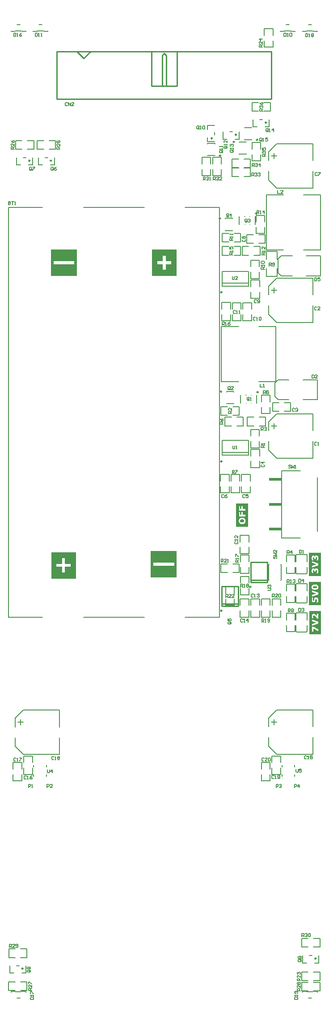
<source format=gto>
G04 Layer_Color=65535*
%FSLAX25Y25*%
%MOIN*%
G70*
G01*
G75*
%ADD42C,0.01000*%
%ADD71C,0.00984*%
%ADD72C,0.00394*%
%ADD73C,0.00787*%
%ADD74C,0.00900*%
%ADD75C,0.00591*%
%ADD76R,0.09500X0.02000*%
G36*
X33516Y-141690D02*
X14173D01*
Y-122047D01*
X33516D01*
Y-141690D01*
D02*
G37*
G36*
X32638Y-366929D02*
X14268D01*
Y-347287D01*
X32638D01*
Y-366929D01*
D02*
G37*
G36*
X215354Y-364961D02*
X206510D01*
Y-347681D01*
X215354D01*
Y-364961D01*
D02*
G37*
G36*
X215354Y-386614D02*
X206510D01*
Y-369334D01*
X215354D01*
Y-386614D01*
D02*
G37*
G36*
X107874Y-366142D02*
X88531D01*
Y-346499D01*
X107874D01*
Y-366142D01*
D02*
G37*
G36*
X161024Y-328346D02*
X152180D01*
Y-311047D01*
X161024D01*
Y-328346D01*
D02*
G37*
G36*
X107779Y-141690D02*
X89409D01*
Y-122047D01*
X107779D01*
Y-141690D01*
D02*
G37*
G36*
X215354Y-408268D02*
X206609D01*
Y-390988D01*
X215354D01*
Y-408268D01*
D02*
G37*
%LPC*%
G36*
X31545Y-130720D02*
X16145D01*
Y-133016D01*
X31545D01*
Y-130720D01*
D02*
G37*
G36*
X24519Y-351811D02*
X22387D01*
Y-356026D01*
X18205D01*
Y-358190D01*
X22387D01*
Y-362405D01*
X24519D01*
Y-358190D01*
X28701D01*
Y-356026D01*
X24519D01*
Y-351811D01*
D02*
G37*
G36*
X211923Y-349685D02*
X211864D01*
X211759Y-349692D01*
X211667Y-349698D01*
X211582Y-349711D01*
X211516Y-349731D01*
X211464Y-349751D01*
X211424Y-349764D01*
X211398Y-349770D01*
X211392Y-349777D01*
X211267Y-349856D01*
X211214Y-349895D01*
X211169Y-349935D01*
X211136Y-349974D01*
X211109Y-350000D01*
X211090Y-350020D01*
X211083Y-350026D01*
X210998Y-350144D01*
X210965Y-350197D01*
X210932Y-350249D01*
X210913Y-350295D01*
X210900Y-350328D01*
X210887Y-350354D01*
Y-350361D01*
X210847Y-350485D01*
X210827Y-350545D01*
X210821Y-350597D01*
X210808Y-350636D01*
Y-350669D01*
X210801Y-350689D01*
Y-350695D01*
X210755D01*
X210716Y-350558D01*
X210657Y-350427D01*
X210591Y-350322D01*
X210526Y-350230D01*
X210467Y-350157D01*
X210414Y-350105D01*
X210375Y-350072D01*
X210362Y-350059D01*
X210244Y-349974D01*
X210119Y-349915D01*
X210001Y-349869D01*
X209896Y-349843D01*
X209798Y-349823D01*
X209725Y-349816D01*
X209699Y-349810D01*
X209660D01*
X209555Y-349816D01*
X209456Y-349830D01*
X209365Y-349849D01*
X209292Y-349875D01*
X209227Y-349902D01*
X209181Y-349921D01*
X209155Y-349935D01*
X209141Y-349941D01*
X209063Y-349993D01*
X208991Y-350052D01*
X208925Y-350118D01*
X208873Y-350184D01*
X208827Y-350236D01*
X208794Y-350282D01*
X208774Y-350315D01*
X208768Y-350328D01*
X208722Y-350413D01*
X208682Y-350505D01*
X208643Y-350597D01*
X208610Y-350682D01*
X208591Y-350761D01*
X208571Y-350820D01*
X208564Y-350866D01*
X208558Y-350872D01*
Y-350879D01*
X208531Y-351010D01*
X208512Y-351142D01*
X208499Y-351273D01*
X208486Y-351397D01*
Y-351502D01*
X208479Y-351548D01*
Y-351588D01*
Y-351614D01*
Y-351640D01*
Y-351653D01*
Y-351660D01*
X208486Y-351830D01*
X208492Y-351994D01*
X208512Y-352145D01*
X208525Y-352283D01*
X208538Y-352342D01*
X208544Y-352401D01*
X208551Y-352447D01*
X208564Y-352486D01*
X208571Y-352519D01*
Y-352545D01*
X208577Y-352558D01*
Y-352565D01*
X208617Y-352722D01*
X208649Y-352860D01*
X208682Y-352985D01*
X208715Y-353083D01*
X208741Y-353162D01*
X208761Y-353221D01*
X208774Y-353254D01*
X208781Y-353267D01*
X209798D01*
Y-353155D01*
X209732Y-353031D01*
X209673Y-352913D01*
X209620Y-352795D01*
X209581Y-352696D01*
X209548Y-352604D01*
X209528Y-352539D01*
X209522Y-352513D01*
X209515Y-352493D01*
X209509Y-352486D01*
Y-352480D01*
X209476Y-352348D01*
X209450Y-352231D01*
X209430Y-352119D01*
X209417Y-352027D01*
X209411Y-351942D01*
X209404Y-351883D01*
Y-351843D01*
Y-351830D01*
Y-351732D01*
X209411Y-351640D01*
X209417Y-351601D01*
Y-351568D01*
X209424Y-351548D01*
Y-351542D01*
X209443Y-351424D01*
X209456Y-351378D01*
X209470Y-351332D01*
X209483Y-351299D01*
X209496Y-351273D01*
X209502Y-351260D01*
Y-351253D01*
X209548Y-351174D01*
X209588Y-351122D01*
X209627Y-351082D01*
X209633Y-351069D01*
X209640D01*
X209673Y-351043D01*
X209712Y-351023D01*
X209784Y-350997D01*
X209817D01*
X209837Y-350991D01*
X209935D01*
X209994Y-351004D01*
X210040Y-351010D01*
X210086Y-351023D01*
X210119Y-351037D01*
X210139Y-351050D01*
X210152Y-351056D01*
X210158Y-351063D01*
X210224Y-351128D01*
X210276Y-351194D01*
X210290Y-351227D01*
X210303Y-351253D01*
X210316Y-351266D01*
Y-351273D01*
X210349Y-351378D01*
X210375Y-351483D01*
X210381Y-351529D01*
X210388Y-351568D01*
Y-351594D01*
Y-351601D01*
X210395Y-351752D01*
Y-351824D01*
X210401Y-351889D01*
Y-351948D01*
Y-351994D01*
Y-352021D01*
Y-352034D01*
Y-352303D01*
X211241D01*
Y-352047D01*
Y-351902D01*
Y-351837D01*
Y-351771D01*
X211247Y-351719D01*
Y-351679D01*
Y-351647D01*
Y-351640D01*
X211254Y-351561D01*
X211260Y-351489D01*
X211267Y-351424D01*
X211280Y-351371D01*
X211287Y-351325D01*
X211300Y-351292D01*
X211306Y-351273D01*
Y-351266D01*
X211326Y-351207D01*
X211352Y-351161D01*
X211379Y-351115D01*
X211405Y-351082D01*
X211424Y-351056D01*
X211444Y-351037D01*
X211457Y-351023D01*
X211464Y-351017D01*
X211510Y-350984D01*
X211562Y-350958D01*
X211615Y-350945D01*
X211667Y-350932D01*
X211713Y-350925D01*
X211752Y-350918D01*
X211857D01*
X211923Y-350932D01*
X211982Y-350938D01*
X212028Y-350951D01*
X212067Y-350964D01*
X212093Y-350977D01*
X212107Y-350984D01*
X212113Y-350991D01*
X212192Y-351050D01*
X212251Y-351115D01*
X212271Y-351142D01*
X212290Y-351161D01*
X212297Y-351174D01*
X212303Y-351181D01*
X212336Y-351240D01*
X212363Y-351299D01*
X212389Y-351358D01*
X212408Y-351417D01*
X212421Y-351463D01*
X212428Y-351502D01*
X212435Y-351535D01*
Y-351542D01*
X212441Y-351620D01*
X212448Y-351693D01*
X212454Y-351765D01*
Y-351824D01*
X212461Y-351870D01*
Y-351909D01*
Y-351935D01*
Y-351942D01*
X212454Y-352060D01*
X212441Y-352185D01*
X212421Y-352303D01*
X212402Y-352408D01*
X212382Y-352499D01*
X212363Y-352572D01*
X212356Y-352598D01*
X212349Y-352618D01*
X212343Y-352631D01*
Y-352637D01*
X212297Y-352775D01*
X212244Y-352893D01*
X212198Y-353005D01*
X212153Y-353103D01*
X212113Y-353182D01*
X212080Y-353241D01*
X212061Y-353274D01*
X212054Y-353287D01*
Y-353405D01*
X213091D01*
X213130Y-353300D01*
X213169Y-353188D01*
X213209Y-353077D01*
X213235Y-352965D01*
X213261Y-352873D01*
X213281Y-352795D01*
X213287Y-352768D01*
Y-352749D01*
X213294Y-352736D01*
Y-352729D01*
X213327Y-352565D01*
X213347Y-352395D01*
X213366Y-352224D01*
X213373Y-352066D01*
X213379Y-351994D01*
Y-351929D01*
X213386Y-351870D01*
Y-351817D01*
Y-351778D01*
Y-351745D01*
Y-351725D01*
Y-351719D01*
X213379Y-351535D01*
X213366Y-351364D01*
X213353Y-351220D01*
X213333Y-351096D01*
X213320Y-351037D01*
X213314Y-350991D01*
X213307Y-350951D01*
X213294Y-350918D01*
X213287Y-350886D01*
Y-350866D01*
X213281Y-350859D01*
Y-350853D01*
X213235Y-350722D01*
X213189Y-350604D01*
X213137Y-350492D01*
X213091Y-350400D01*
X213045Y-350328D01*
X213012Y-350269D01*
X212986Y-350236D01*
X212979Y-350223D01*
X212900Y-350131D01*
X212815Y-350046D01*
X212730Y-349980D01*
X212651Y-349921D01*
X212585Y-349875D01*
X212533Y-349849D01*
X212500Y-349830D01*
X212487Y-349823D01*
X212376Y-349777D01*
X212271Y-349744D01*
X212166Y-349718D01*
X212067Y-349705D01*
X211982Y-349692D01*
X211923Y-349685D01*
D02*
G37*
G36*
Y-359237D02*
X211864D01*
X211759Y-359243D01*
X211667Y-359250D01*
X211582Y-359263D01*
X211516Y-359282D01*
X211464Y-359302D01*
X211424Y-359315D01*
X211398Y-359322D01*
X211392Y-359328D01*
X211267Y-359407D01*
X211214Y-359447D01*
X211169Y-359486D01*
X211136Y-359525D01*
X211109Y-359551D01*
X211090Y-359571D01*
X211083Y-359578D01*
X210998Y-359696D01*
X210965Y-359748D01*
X210932Y-359801D01*
X210913Y-359847D01*
X210900Y-359879D01*
X210887Y-359906D01*
Y-359912D01*
X210847Y-360037D01*
X210827Y-360096D01*
X210821Y-360148D01*
X210808Y-360188D01*
Y-360221D01*
X210801Y-360240D01*
Y-360247D01*
X210755D01*
X210716Y-360109D01*
X210657Y-359978D01*
X210591Y-359873D01*
X210526Y-359781D01*
X210467Y-359709D01*
X210414Y-359656D01*
X210375Y-359624D01*
X210362Y-359610D01*
X210244Y-359525D01*
X210119Y-359466D01*
X210001Y-359420D01*
X209896Y-359394D01*
X209798Y-359374D01*
X209725Y-359368D01*
X209699Y-359361D01*
X209660D01*
X209555Y-359368D01*
X209456Y-359381D01*
X209365Y-359401D01*
X209292Y-359427D01*
X209227Y-359453D01*
X209181Y-359473D01*
X209155Y-359486D01*
X209141Y-359492D01*
X209063Y-359545D01*
X208991Y-359604D01*
X208925Y-359669D01*
X208873Y-359735D01*
X208827Y-359788D01*
X208794Y-359834D01*
X208774Y-359866D01*
X208768Y-359879D01*
X208722Y-359965D01*
X208682Y-360056D01*
X208643Y-360148D01*
X208610Y-360234D01*
X208591Y-360312D01*
X208571Y-360371D01*
X208564Y-360417D01*
X208558Y-360424D01*
Y-360431D01*
X208531Y-360562D01*
X208512Y-360693D01*
X208499Y-360824D01*
X208486Y-360949D01*
Y-361054D01*
X208479Y-361100D01*
Y-361139D01*
Y-361165D01*
Y-361191D01*
Y-361205D01*
Y-361211D01*
X208486Y-361382D01*
X208492Y-361546D01*
X208512Y-361697D01*
X208525Y-361834D01*
X208538Y-361893D01*
X208544Y-361952D01*
X208551Y-361998D01*
X208564Y-362038D01*
X208571Y-362070D01*
Y-362097D01*
X208577Y-362110D01*
Y-362116D01*
X208617Y-362274D01*
X208649Y-362412D01*
X208682Y-362536D01*
X208715Y-362635D01*
X208741Y-362713D01*
X208761Y-362772D01*
X208774Y-362805D01*
X208781Y-362818D01*
X209798D01*
Y-362707D01*
X209732Y-362582D01*
X209673Y-362464D01*
X209620Y-362346D01*
X209581Y-362248D01*
X209548Y-362156D01*
X209528Y-362090D01*
X209522Y-362064D01*
X209515Y-362044D01*
X209509Y-362038D01*
Y-362031D01*
X209476Y-361900D01*
X209450Y-361782D01*
X209430Y-361670D01*
X209417Y-361578D01*
X209411Y-361493D01*
X209404Y-361434D01*
Y-361395D01*
Y-361382D01*
Y-361283D01*
X209411Y-361191D01*
X209417Y-361152D01*
Y-361119D01*
X209424Y-361100D01*
Y-361093D01*
X209443Y-360975D01*
X209456Y-360929D01*
X209470Y-360883D01*
X209483Y-360850D01*
X209496Y-360824D01*
X209502Y-360811D01*
Y-360804D01*
X209548Y-360726D01*
X209588Y-360673D01*
X209627Y-360634D01*
X209633Y-360621D01*
X209640D01*
X209673Y-360595D01*
X209712Y-360575D01*
X209784Y-360548D01*
X209817D01*
X209837Y-360542D01*
X209935D01*
X209994Y-360555D01*
X210040Y-360562D01*
X210086Y-360575D01*
X210119Y-360588D01*
X210139Y-360601D01*
X210152Y-360608D01*
X210158Y-360614D01*
X210224Y-360680D01*
X210276Y-360745D01*
X210290Y-360778D01*
X210303Y-360804D01*
X210316Y-360818D01*
Y-360824D01*
X210349Y-360929D01*
X210375Y-361034D01*
X210381Y-361080D01*
X210388Y-361119D01*
Y-361145D01*
Y-361152D01*
X210395Y-361303D01*
Y-361375D01*
X210401Y-361441D01*
Y-361500D01*
Y-361546D01*
Y-361572D01*
Y-361585D01*
Y-361854D01*
X211241D01*
Y-361598D01*
Y-361454D01*
Y-361388D01*
Y-361323D01*
X211247Y-361270D01*
Y-361231D01*
Y-361198D01*
Y-361191D01*
X211254Y-361113D01*
X211260Y-361040D01*
X211267Y-360975D01*
X211280Y-360922D01*
X211287Y-360876D01*
X211300Y-360844D01*
X211306Y-360824D01*
Y-360818D01*
X211326Y-360758D01*
X211352Y-360713D01*
X211379Y-360667D01*
X211405Y-360634D01*
X211424Y-360608D01*
X211444Y-360588D01*
X211457Y-360575D01*
X211464Y-360568D01*
X211510Y-360535D01*
X211562Y-360509D01*
X211615Y-360496D01*
X211667Y-360483D01*
X211713Y-360476D01*
X211752Y-360470D01*
X211857D01*
X211923Y-360483D01*
X211982Y-360490D01*
X212028Y-360503D01*
X212067Y-360516D01*
X212093Y-360529D01*
X212107Y-360535D01*
X212113Y-360542D01*
X212192Y-360601D01*
X212251Y-360667D01*
X212271Y-360693D01*
X212290Y-360713D01*
X212297Y-360726D01*
X212303Y-360732D01*
X212336Y-360791D01*
X212363Y-360850D01*
X212389Y-360909D01*
X212408Y-360968D01*
X212421Y-361014D01*
X212428Y-361054D01*
X212435Y-361087D01*
Y-361093D01*
X212441Y-361172D01*
X212448Y-361244D01*
X212454Y-361316D01*
Y-361375D01*
X212461Y-361421D01*
Y-361460D01*
Y-361487D01*
Y-361493D01*
X212454Y-361611D01*
X212441Y-361736D01*
X212421Y-361854D01*
X212402Y-361959D01*
X212382Y-362051D01*
X212363Y-362123D01*
X212356Y-362149D01*
X212349Y-362169D01*
X212343Y-362182D01*
Y-362189D01*
X212297Y-362326D01*
X212244Y-362444D01*
X212198Y-362556D01*
X212153Y-362654D01*
X212113Y-362733D01*
X212080Y-362792D01*
X212061Y-362825D01*
X212054Y-362838D01*
Y-362956D01*
X213091D01*
X213130Y-362851D01*
X213169Y-362740D01*
X213209Y-362628D01*
X213235Y-362516D01*
X213261Y-362425D01*
X213281Y-362346D01*
X213287Y-362320D01*
Y-362300D01*
X213294Y-362287D01*
Y-362280D01*
X213327Y-362116D01*
X213347Y-361946D01*
X213366Y-361775D01*
X213373Y-361618D01*
X213379Y-361546D01*
Y-361480D01*
X213386Y-361421D01*
Y-361368D01*
Y-361329D01*
Y-361296D01*
Y-361277D01*
Y-361270D01*
X213379Y-361087D01*
X213366Y-360916D01*
X213353Y-360772D01*
X213333Y-360647D01*
X213320Y-360588D01*
X213314Y-360542D01*
X213307Y-360503D01*
X213294Y-360470D01*
X213287Y-360437D01*
Y-360417D01*
X213281Y-360411D01*
Y-360404D01*
X213235Y-360273D01*
X213189Y-360155D01*
X213137Y-360043D01*
X213091Y-359952D01*
X213045Y-359879D01*
X213012Y-359820D01*
X212986Y-359788D01*
X212979Y-359774D01*
X212900Y-359683D01*
X212815Y-359597D01*
X212730Y-359532D01*
X212651Y-359473D01*
X212585Y-359427D01*
X212533Y-359401D01*
X212500Y-359381D01*
X212487Y-359374D01*
X212376Y-359328D01*
X212271Y-359296D01*
X212166Y-359269D01*
X212067Y-359256D01*
X211982Y-359243D01*
X211923Y-359237D01*
D02*
G37*
G36*
X208577Y-353923D02*
Y-355169D01*
X211890Y-356304D01*
X208577Y-357446D01*
Y-358712D01*
X213287Y-357000D01*
Y-355642D01*
X208577Y-353923D01*
D02*
G37*
G36*
X211083Y-371332D02*
X210932D01*
X210716Y-371339D01*
X210519Y-371345D01*
X210335Y-371365D01*
X210257Y-371372D01*
X210185Y-371385D01*
X210119Y-371391D01*
X210060Y-371404D01*
X210007Y-371411D01*
X209962Y-371417D01*
X209929Y-371424D01*
X209903Y-371430D01*
X209889Y-371437D01*
X209883D01*
X209719Y-371483D01*
X209575Y-371535D01*
X209443Y-371588D01*
X209332Y-371647D01*
X209240Y-371700D01*
X209174Y-371739D01*
X209148Y-371759D01*
X209128Y-371765D01*
X209122Y-371778D01*
X209115D01*
X209004Y-371870D01*
X208905Y-371969D01*
X208827Y-372067D01*
X208761Y-372165D01*
X208709Y-372244D01*
X208669Y-372316D01*
X208656Y-372342D01*
X208649Y-372356D01*
X208643Y-372369D01*
Y-372375D01*
X208591Y-372519D01*
X208551Y-372670D01*
X208518Y-372821D01*
X208499Y-372966D01*
X208486Y-373090D01*
Y-373143D01*
X208479Y-373189D01*
Y-373228D01*
Y-373254D01*
Y-373274D01*
Y-373281D01*
X208486Y-373471D01*
X208505Y-373641D01*
X208531Y-373792D01*
X208558Y-373923D01*
X208571Y-373982D01*
X208584Y-374035D01*
X208597Y-374074D01*
X208610Y-374114D01*
X208623Y-374140D01*
X208630Y-374160D01*
X208636Y-374173D01*
Y-374179D01*
X208702Y-374310D01*
X208774Y-374429D01*
X208853Y-374533D01*
X208925Y-374619D01*
X208997Y-374691D01*
X209050Y-374737D01*
X209089Y-374770D01*
X209096Y-374783D01*
X209102D01*
X209227Y-374868D01*
X209351Y-374934D01*
X209483Y-374993D01*
X209601Y-375039D01*
X209712Y-375078D01*
X209758Y-375091D01*
X209791Y-375104D01*
X209824Y-375111D01*
X209850Y-375117D01*
X209863Y-375124D01*
X209870D01*
X210047Y-375157D01*
X210224Y-375183D01*
X210408Y-375202D01*
X210572Y-375216D01*
X210644Y-375222D01*
X210775D01*
X210827Y-375229D01*
X210932D01*
X211149Y-375222D01*
X211352Y-375216D01*
X211529Y-375196D01*
X211615Y-375189D01*
X211687Y-375176D01*
X211752Y-375170D01*
X211818Y-375163D01*
X211871Y-375150D01*
X211910Y-375144D01*
X211949Y-375137D01*
X211975D01*
X211989Y-375130D01*
X211995D01*
X212159Y-375084D01*
X212310Y-375032D01*
X212441Y-374973D01*
X212553Y-374921D01*
X212638Y-374868D01*
X212710Y-374829D01*
X212730Y-374809D01*
X212750Y-374802D01*
X212756Y-374789D01*
X212763D01*
X212874Y-374697D01*
X212966Y-374599D01*
X213045Y-374494D01*
X213110Y-374402D01*
X213163Y-374317D01*
X213196Y-374245D01*
X213209Y-374219D01*
X213222Y-374199D01*
X213228Y-374192D01*
Y-374186D01*
X213281Y-374041D01*
X213320Y-373884D01*
X213347Y-373733D01*
X213366Y-373595D01*
X213379Y-373471D01*
Y-373412D01*
X213386Y-373372D01*
Y-373333D01*
Y-373307D01*
Y-373287D01*
Y-373281D01*
X213379Y-373090D01*
X213360Y-372913D01*
X213340Y-372762D01*
X213307Y-372631D01*
X213294Y-372579D01*
X213281Y-372526D01*
X213268Y-372480D01*
X213261Y-372447D01*
X213248Y-372421D01*
X213242Y-372401D01*
X213235Y-372388D01*
Y-372382D01*
X213169Y-372251D01*
X213097Y-372132D01*
X213018Y-372027D01*
X212940Y-371942D01*
X212874Y-371870D01*
X212822Y-371818D01*
X212782Y-371791D01*
X212776Y-371778D01*
X212769D01*
X212651Y-371700D01*
X212520Y-371627D01*
X212395Y-371568D01*
X212271Y-371522D01*
X212166Y-371490D01*
X212120Y-371477D01*
X212080Y-371463D01*
X212048Y-371457D01*
X212021Y-371450D01*
X212008Y-371444D01*
X212002D01*
X211818Y-371404D01*
X211634Y-371378D01*
X211457Y-371358D01*
X211287Y-371345D01*
X211214Y-371339D01*
X211149D01*
X211083Y-371332D01*
D02*
G37*
G36*
X208577Y-375662D02*
Y-376908D01*
X211890Y-378043D01*
X208577Y-379185D01*
Y-380451D01*
X213287Y-378738D01*
Y-377380D01*
X208577Y-375662D01*
D02*
G37*
G36*
X211752Y-380956D02*
X211693D01*
X211536Y-380962D01*
X211398Y-380982D01*
X211274Y-381008D01*
X211175Y-381034D01*
X211090Y-381067D01*
X211031Y-381093D01*
X210991Y-381113D01*
X210978Y-381120D01*
X210873Y-381185D01*
X210782Y-381257D01*
X210703Y-381330D01*
X210637Y-381402D01*
X210585Y-381467D01*
X210545Y-381520D01*
X210519Y-381553D01*
X210513Y-381559D01*
Y-381566D01*
X210467Y-381651D01*
X210427Y-381743D01*
X210388Y-381835D01*
X210362Y-381913D01*
X210342Y-381986D01*
X210322Y-382045D01*
X210309Y-382084D01*
Y-382090D01*
Y-382097D01*
X210283Y-382215D01*
X210263Y-382333D01*
X210250Y-382445D01*
X210237Y-382556D01*
Y-382648D01*
X210230Y-382720D01*
Y-382747D01*
Y-382766D01*
Y-382779D01*
Y-382786D01*
Y-382878D01*
Y-382963D01*
X210237Y-383002D01*
Y-383029D01*
Y-383048D01*
Y-383055D01*
X210244Y-383153D01*
Y-383199D01*
Y-383232D01*
X210250Y-383258D01*
Y-383278D01*
Y-383291D01*
Y-383298D01*
X209476D01*
Y-381093D01*
X208577D01*
Y-384439D01*
X211234D01*
Y-384301D01*
X211201Y-384150D01*
X211182Y-384072D01*
X211169Y-383999D01*
X211162Y-383941D01*
X211149Y-383894D01*
X211142Y-383862D01*
Y-383849D01*
X211109Y-383652D01*
X211103Y-383560D01*
X211096Y-383475D01*
X211090Y-383402D01*
Y-383344D01*
Y-383311D01*
Y-383298D01*
X211096Y-383147D01*
X211103Y-383074D01*
X211109Y-383009D01*
X211116Y-382950D01*
X211123Y-382904D01*
X211129Y-382878D01*
Y-382865D01*
X211142Y-382779D01*
X211162Y-382701D01*
X211188Y-382628D01*
X211208Y-382569D01*
X211234Y-382517D01*
X211247Y-382484D01*
X211260Y-382458D01*
X211267Y-382451D01*
X211326Y-382373D01*
X211392Y-382314D01*
X211418Y-382287D01*
X211438Y-382274D01*
X211451Y-382261D01*
X211457D01*
X211503Y-382235D01*
X211549Y-382215D01*
X211641Y-382189D01*
X211680D01*
X211713Y-382182D01*
X211811D01*
X211877Y-382189D01*
X211929Y-382202D01*
X211975Y-382209D01*
X212008Y-382222D01*
X212035Y-382235D01*
X212048Y-382241D01*
X212054D01*
X212126Y-382287D01*
X212192Y-382340D01*
X212212Y-382366D01*
X212231Y-382386D01*
X212244Y-382399D01*
X212251Y-382405D01*
X212290Y-382458D01*
X212323Y-382523D01*
X212376Y-382642D01*
X212395Y-382694D01*
X212408Y-382733D01*
X212415Y-382760D01*
Y-382773D01*
X212428Y-382858D01*
X212441Y-382937D01*
X212448Y-383009D01*
X212454Y-383074D01*
X212461Y-383127D01*
Y-383173D01*
Y-383199D01*
Y-383206D01*
X212454Y-383330D01*
X212441Y-383449D01*
X212428Y-383560D01*
X212402Y-383658D01*
X212382Y-383744D01*
X212369Y-383809D01*
X212363Y-383836D01*
X212356Y-383855D01*
X212349Y-383862D01*
Y-383868D01*
X212303Y-383986D01*
X212258Y-384104D01*
X212212Y-384209D01*
X212166Y-384301D01*
X212120Y-384373D01*
X212087Y-384433D01*
X212067Y-384472D01*
X212061Y-384478D01*
Y-384485D01*
Y-384616D01*
X213104D01*
X213143Y-384518D01*
X213176Y-384413D01*
X213209Y-384308D01*
X213235Y-384209D01*
X213261Y-384124D01*
X213281Y-384052D01*
X213287Y-384026D01*
Y-384006D01*
X213294Y-383993D01*
Y-383986D01*
X213320Y-383829D01*
X213347Y-383671D01*
X213360Y-383507D01*
X213373Y-383357D01*
Y-383291D01*
X213379Y-383225D01*
Y-383173D01*
X213386Y-383120D01*
Y-383081D01*
Y-383055D01*
Y-383035D01*
Y-383029D01*
X213379Y-382852D01*
X213366Y-382687D01*
X213353Y-382543D01*
X213327Y-382418D01*
X213307Y-382314D01*
X213301Y-382268D01*
X213294Y-382235D01*
X213287Y-382209D01*
X213281Y-382189D01*
X213274Y-382176D01*
Y-382169D01*
X213222Y-382031D01*
X213169Y-381900D01*
X213110Y-381789D01*
X213051Y-381690D01*
X212999Y-381605D01*
X212959Y-381546D01*
X212933Y-381507D01*
X212920Y-381494D01*
X212828Y-381402D01*
X212736Y-381323D01*
X212645Y-381251D01*
X212559Y-381192D01*
X212487Y-381153D01*
X212428Y-381120D01*
X212389Y-381100D01*
X212382Y-381093D01*
X212376D01*
X212258Y-381048D01*
X212133Y-381015D01*
X212021Y-380989D01*
X211916Y-380975D01*
X211825Y-380962D01*
X211752Y-380956D01*
D02*
G37*
%LPD*%
G36*
X211228Y-372565D02*
X211359Y-372572D01*
X211477Y-372585D01*
X211588Y-372598D01*
X211687Y-372611D01*
X211779Y-372631D01*
X211857Y-372644D01*
X211923Y-372657D01*
X211982Y-372677D01*
X212035Y-372690D01*
X212074Y-372703D01*
X212107Y-372716D01*
X212126Y-372723D01*
X212139Y-372729D01*
X212146D01*
X212212Y-372762D01*
X212264Y-372802D01*
X212317Y-372841D01*
X212356Y-372887D01*
X212421Y-372979D01*
X212467Y-373071D01*
X212494Y-373149D01*
X212507Y-373215D01*
X212513Y-373241D01*
Y-373261D01*
Y-373274D01*
Y-373281D01*
X212507Y-373353D01*
X212500Y-373418D01*
X212454Y-373530D01*
X212395Y-373628D01*
X212330Y-373707D01*
X212264Y-373766D01*
X212205Y-373805D01*
X212159Y-373832D01*
X212153Y-373838D01*
X212146D01*
X212074Y-373864D01*
X211989Y-373890D01*
X211897Y-373917D01*
X211805Y-373930D01*
X211601Y-373963D01*
X211405Y-373982D01*
X211313Y-373989D01*
X211221Y-373995D01*
X211142D01*
X211077Y-374002D01*
X210782D01*
X210637Y-373995D01*
X210506Y-373989D01*
X210388Y-373976D01*
X210276Y-373963D01*
X210178Y-373950D01*
X210086Y-373937D01*
X210007Y-373917D01*
X209935Y-373904D01*
X209876Y-373890D01*
X209830Y-373877D01*
X209791Y-373864D01*
X209758Y-373851D01*
X209738Y-373845D01*
X209725Y-373838D01*
X209719D01*
X209653Y-373805D01*
X209594Y-373766D01*
X209548Y-373727D01*
X209509Y-373681D01*
X209443Y-373589D01*
X209397Y-373497D01*
X209371Y-373412D01*
X209358Y-373346D01*
X209351Y-373320D01*
Y-373300D01*
Y-373287D01*
Y-373281D01*
X209358Y-373208D01*
X209365Y-373143D01*
X209411Y-373031D01*
X209470Y-372933D01*
X209535Y-372861D01*
X209601Y-372802D01*
X209660Y-372762D01*
X209706Y-372736D01*
X209712Y-372729D01*
X209719D01*
X209791Y-372697D01*
X209876Y-372670D01*
X209962Y-372651D01*
X210060Y-372631D01*
X210263Y-372598D01*
X210460Y-372579D01*
X210552Y-372572D01*
X210644Y-372565D01*
X210722D01*
X210795Y-372559D01*
X211083D01*
X211228Y-372565D01*
D02*
G37*
%LPC*%
G36*
X105902Y-355173D02*
X90503D01*
Y-357469D01*
X105902D01*
Y-355173D01*
D02*
G37*
G36*
X156661Y-321530D02*
X156608D01*
X156398Y-321537D01*
X156208Y-321556D01*
X156018Y-321589D01*
X155847Y-321628D01*
X155690Y-321681D01*
X155539Y-321733D01*
X155408Y-321793D01*
X155283Y-321852D01*
X155178Y-321917D01*
X155080Y-321976D01*
X155001Y-322029D01*
X154929Y-322075D01*
X154876Y-322120D01*
X154844Y-322153D01*
X154817Y-322173D01*
X154811Y-322180D01*
X154693Y-322304D01*
X154594Y-322442D01*
X154502Y-322586D01*
X154430Y-322731D01*
X154365Y-322882D01*
X154312Y-323026D01*
X154266Y-323170D01*
X154234Y-323314D01*
X154201Y-323446D01*
X154181Y-323564D01*
X154168Y-323675D01*
X154161Y-323774D01*
X154155Y-323846D01*
X154148Y-323905D01*
Y-323944D01*
Y-323951D01*
Y-323957D01*
X154155Y-324167D01*
X154174Y-324358D01*
X154207Y-324541D01*
X154253Y-324712D01*
X154299Y-324869D01*
X154358Y-325020D01*
X154417Y-325151D01*
X154476Y-325269D01*
X154542Y-325381D01*
X154601Y-325473D01*
X154660Y-325551D01*
X154706Y-325617D01*
X154752Y-325670D01*
X154785Y-325702D01*
X154804Y-325729D01*
X154811Y-325735D01*
X154942Y-325847D01*
X155080Y-325945D01*
X155224Y-326030D01*
X155368Y-326109D01*
X155519Y-326168D01*
X155670Y-326220D01*
X155815Y-326266D01*
X155959Y-326299D01*
X156090Y-326325D01*
X156215Y-326345D01*
X156326Y-326358D01*
X156418Y-326365D01*
X156497Y-326371D01*
X156556Y-326378D01*
X156608D01*
X156812Y-326371D01*
X157008Y-326352D01*
X157192Y-326319D01*
X157363Y-326280D01*
X157520Y-326227D01*
X157664Y-326175D01*
X157802Y-326116D01*
X157920Y-326057D01*
X158032Y-325997D01*
X158124Y-325938D01*
X158202Y-325886D01*
X158274Y-325834D01*
X158327Y-325794D01*
X158360Y-325761D01*
X158386Y-325742D01*
X158393Y-325735D01*
X158511Y-325610D01*
X158609Y-325473D01*
X158701Y-325335D01*
X158773Y-325184D01*
X158839Y-325040D01*
X158891Y-324889D01*
X158937Y-324745D01*
X158970Y-324607D01*
X159003Y-324476D01*
X159022Y-324351D01*
X159035Y-324239D01*
X159042Y-324148D01*
X159049Y-324069D01*
X159055Y-324010D01*
Y-323970D01*
Y-323957D01*
X159049Y-323747D01*
X159029Y-323557D01*
X158996Y-323374D01*
X158950Y-323203D01*
X158904Y-323039D01*
X158845Y-322895D01*
X158786Y-322763D01*
X158721Y-322645D01*
X158661Y-322534D01*
X158602Y-322442D01*
X158543Y-322363D01*
X158498Y-322298D01*
X158452Y-322245D01*
X158419Y-322212D01*
X158399Y-322186D01*
X158393Y-322180D01*
X158261Y-322068D01*
X158124Y-321963D01*
X157979Y-321878D01*
X157835Y-321806D01*
X157684Y-321740D01*
X157540Y-321688D01*
X157389Y-321648D01*
X157251Y-321609D01*
X157120Y-321583D01*
X156995Y-321563D01*
X156890Y-321550D01*
X156792Y-321543D01*
X156713Y-321537D01*
X156661Y-321530D01*
D02*
G37*
G36*
X155158Y-313015D02*
X154247D01*
Y-316387D01*
X158957D01*
Y-315174D01*
X156943D01*
Y-313173D01*
X156031D01*
Y-315174D01*
X155158D01*
Y-313015D01*
D02*
G37*
G36*
Y-317227D02*
X154247D01*
Y-320599D01*
X158957D01*
Y-319385D01*
X156943D01*
Y-317384D01*
X156031D01*
Y-319385D01*
X155158D01*
Y-317227D01*
D02*
G37*
%LPD*%
G36*
X156746Y-322796D02*
X156877Y-322803D01*
X156995Y-322816D01*
X157100Y-322836D01*
X157185Y-322855D01*
X157245Y-322868D01*
X157284Y-322875D01*
X157290Y-322882D01*
X157297D01*
X157402Y-322914D01*
X157500Y-322960D01*
X157586Y-323000D01*
X157658Y-323039D01*
X157717Y-323078D01*
X157763Y-323111D01*
X157789Y-323131D01*
X157802Y-323137D01*
X157868Y-323203D01*
X157927Y-323262D01*
X157973Y-323328D01*
X158012Y-323387D01*
X158045Y-323439D01*
X158065Y-323478D01*
X158078Y-323505D01*
X158084Y-323511D01*
X158110Y-323590D01*
X158130Y-323669D01*
X158150Y-323747D01*
X158156Y-323813D01*
X158163Y-323872D01*
X158169Y-323918D01*
Y-323944D01*
Y-323957D01*
X158163Y-324043D01*
X158156Y-324121D01*
X158143Y-324200D01*
X158124Y-324266D01*
X158110Y-324325D01*
X158097Y-324364D01*
X158091Y-324390D01*
X158084Y-324403D01*
X158045Y-324482D01*
X157999Y-324548D01*
X157960Y-324613D01*
X157914Y-324666D01*
X157874Y-324712D01*
X157842Y-324745D01*
X157815Y-324764D01*
X157809Y-324771D01*
X157730Y-324830D01*
X157651Y-324876D01*
X157573Y-324922D01*
X157494Y-324954D01*
X157428Y-324987D01*
X157369Y-325007D01*
X157336Y-325020D01*
X157323Y-325027D01*
X157205Y-325059D01*
X157087Y-325079D01*
X156969Y-325099D01*
X156858Y-325105D01*
X156759Y-325112D01*
X156713Y-325118D01*
X156608D01*
X156457Y-325112D01*
X156320Y-325105D01*
X156195Y-325086D01*
X156090Y-325066D01*
X156005Y-325053D01*
X155939Y-325033D01*
X155919Y-325027D01*
X155900D01*
X155893Y-325020D01*
X155887D01*
X155775Y-324981D01*
X155677Y-324941D01*
X155591Y-324895D01*
X155519Y-324856D01*
X155467Y-324817D01*
X155427Y-324790D01*
X155401Y-324771D01*
X155395Y-324764D01*
X155329Y-324699D01*
X155270Y-324633D01*
X155224Y-324574D01*
X155185Y-324515D01*
X155158Y-324462D01*
X155132Y-324423D01*
X155126Y-324397D01*
X155119Y-324390D01*
X155093Y-324312D01*
X155067Y-324239D01*
X155053Y-324161D01*
X155047Y-324095D01*
X155040Y-324043D01*
X155034Y-323997D01*
Y-323970D01*
Y-323957D01*
X155040Y-323872D01*
X155047Y-323793D01*
X155060Y-323715D01*
X155080Y-323649D01*
X155099Y-323597D01*
X155113Y-323557D01*
X155119Y-323524D01*
X155126Y-323518D01*
X155165Y-323439D01*
X155204Y-323374D01*
X155250Y-323308D01*
X155296Y-323249D01*
X155336Y-323210D01*
X155368Y-323170D01*
X155395Y-323150D01*
X155401Y-323144D01*
X155473Y-323085D01*
X155552Y-323039D01*
X155631Y-322993D01*
X155710Y-322954D01*
X155775Y-322927D01*
X155828Y-322908D01*
X155867Y-322895D01*
X155874Y-322888D01*
X155880D01*
X155998Y-322855D01*
X156116Y-322829D01*
X156241Y-322816D01*
X156352Y-322803D01*
X156451Y-322796D01*
X156497Y-322790D01*
X156602D01*
X156746Y-322796D01*
D02*
G37*
%LPC*%
G36*
X99660Y-126571D02*
X97528D01*
Y-130786D01*
X93346D01*
Y-132951D01*
X97528D01*
Y-137166D01*
X99660D01*
Y-132951D01*
X103842D01*
Y-130786D01*
X99660D01*
Y-126571D01*
D02*
G37*
G36*
X209611Y-402606D02*
X208672D01*
Y-406299D01*
X209571D01*
Y-403879D01*
X213383Y-406096D01*
Y-404751D01*
X209611Y-402606D01*
D02*
G37*
G36*
X213383Y-392956D02*
X212484D01*
Y-395075D01*
X212444Y-395023D01*
X212399Y-394957D01*
X212300Y-394819D01*
X212248Y-394760D01*
X212208Y-394708D01*
X212182Y-394675D01*
X212175Y-394662D01*
X212090Y-394550D01*
X212005Y-394445D01*
X211920Y-394347D01*
X211847Y-394262D01*
X211782Y-394190D01*
X211729Y-394130D01*
X211697Y-394098D01*
X211684Y-394085D01*
X211526Y-393920D01*
X211375Y-393783D01*
X211237Y-393665D01*
X211113Y-393573D01*
X211008Y-393494D01*
X210962Y-393468D01*
X210929Y-393442D01*
X210896Y-393428D01*
X210877Y-393415D01*
X210863Y-393402D01*
X210857D01*
X210706Y-393323D01*
X210555Y-393271D01*
X210411Y-393232D01*
X210286Y-393199D01*
X210175Y-393186D01*
X210129Y-393179D01*
X210089D01*
X210057Y-393173D01*
X210011D01*
X209886Y-393179D01*
X209768Y-393192D01*
X209657Y-393219D01*
X209558Y-393245D01*
X209466Y-393278D01*
X209374Y-393317D01*
X209296Y-393363D01*
X209224Y-393402D01*
X209165Y-393448D01*
X209105Y-393494D01*
X209060Y-393533D01*
X209020Y-393566D01*
X208994Y-393593D01*
X208974Y-393619D01*
X208961Y-393632D01*
X208955Y-393638D01*
X208889Y-393730D01*
X208830Y-393829D01*
X208784Y-393934D01*
X208738Y-394045D01*
X208699Y-394157D01*
X208672Y-394268D01*
X208627Y-394491D01*
X208613Y-394590D01*
X208600Y-394688D01*
X208594Y-394767D01*
X208587Y-394846D01*
X208581Y-394904D01*
Y-394950D01*
Y-394977D01*
Y-394990D01*
X208587Y-395154D01*
X208594Y-395318D01*
X208613Y-395469D01*
X208627Y-395600D01*
X208646Y-395711D01*
X208653Y-395757D01*
X208666Y-395797D01*
X208672Y-395830D01*
Y-395856D01*
X208679Y-395869D01*
Y-395875D01*
X208718Y-396026D01*
X208751Y-396158D01*
X208784Y-396275D01*
X208817Y-396367D01*
X208837Y-396440D01*
X208856Y-396492D01*
X208869Y-396518D01*
X208876Y-396531D01*
X209919D01*
Y-396433D01*
X209853Y-396328D01*
X209794Y-396223D01*
X209742Y-396125D01*
X209696Y-396033D01*
X209663Y-395954D01*
X209637Y-395888D01*
X209624Y-395849D01*
X209617Y-395843D01*
Y-395836D01*
X209578Y-395718D01*
X209545Y-395606D01*
X209525Y-395501D01*
X209506Y-395410D01*
X209499Y-395331D01*
X209492Y-395272D01*
Y-395233D01*
Y-395219D01*
X209499Y-395082D01*
X209519Y-394964D01*
X209552Y-394859D01*
X209578Y-394773D01*
X209611Y-394708D01*
X209643Y-394662D01*
X209663Y-394629D01*
X209670Y-394622D01*
X209742Y-394550D01*
X209821Y-394498D01*
X209906Y-394465D01*
X209984Y-394439D01*
X210057Y-394426D01*
X210116Y-394412D01*
X210168D01*
X210267Y-394419D01*
X210365Y-394439D01*
X210457Y-394465D01*
X210542Y-394491D01*
X210614Y-394524D01*
X210667Y-394550D01*
X210700Y-394570D01*
X210713Y-394577D01*
X210818Y-394649D01*
X210929Y-394727D01*
X211041Y-394819D01*
X211139Y-394911D01*
X211231Y-394990D01*
X211297Y-395062D01*
X211323Y-395082D01*
X211342Y-395101D01*
X211355Y-395114D01*
X211362Y-395121D01*
X211460Y-395226D01*
X211559Y-395338D01*
X211657Y-395456D01*
X211756Y-395561D01*
X211834Y-395659D01*
X211900Y-395738D01*
X211926Y-395770D01*
X211946Y-395790D01*
X211952Y-395803D01*
X211959Y-395810D01*
X212084Y-395967D01*
X212202Y-396125D01*
X212313Y-396262D01*
X212412Y-396394D01*
X212490Y-396499D01*
X212523Y-396545D01*
X212556Y-396584D01*
X212576Y-396617D01*
X212595Y-396636D01*
X212602Y-396650D01*
X212609Y-396656D01*
X213383D01*
Y-392956D01*
D02*
G37*
G36*
X208672Y-397319D02*
Y-398565D01*
X211985Y-399700D01*
X208672Y-400841D01*
Y-402107D01*
X213383Y-400395D01*
Y-399037D01*
X208672Y-397319D01*
D02*
G37*
%LPD*%
D42*
X33275Y25383D02*
X38425Y20233D01*
X43625Y25433D01*
X18425Y-10067D02*
Y25433D01*
Y-10067D02*
X178425D01*
X18425Y25433D02*
X178425D01*
Y-10067D02*
Y25433D01*
X107925Y-167D02*
Y25433D01*
X88925Y-367D02*
Y25433D01*
Y-367D02*
X107925D01*
X96925D02*
Y22433D01*
X98425Y23933D01*
X99925Y22433D01*
Y-367D02*
Y22433D01*
D71*
X-1628Y-55893D02*
G03*
X-1628Y-55893I-492J0D01*
G01*
X14514D02*
G03*
X14514Y-55893I-492J0D01*
G01*
X150886Y-41929D02*
G03*
X150886Y-41929I-492J0D01*
G01*
X134363Y-39219D02*
G03*
X134363Y-39219I-492J0D01*
G01*
X152310Y-36602D02*
G03*
X152310Y-36602I-492J0D01*
G01*
X140650Y-52165D02*
G03*
X140650Y-52165I-492J0D01*
G01*
X168209Y-40354D02*
G03*
X168209Y-40354I-492J0D01*
G01*
X174750Y-27547D02*
G03*
X174750Y-27547I-492J0D01*
G01*
X140453Y-98819D02*
G03*
X140453Y-98819I-492J0D01*
G01*
X167618Y-95276D02*
G03*
X167618Y-95276I-492J0D01*
G01*
X141575Y-153701D02*
G03*
X141575Y-153701I-492J0D01*
G01*
X141437Y-227756D02*
G03*
X141437Y-227756I-492J0D01*
G01*
X168602Y-228150D02*
G03*
X168602Y-228150I-492J0D01*
G01*
X163189Y-373031D02*
G03*
X163189Y-373031I-492J0D01*
G01*
X141535Y-390748D02*
G03*
X141535Y-390748I-492J0D01*
G01*
X-6746Y-657074D02*
G03*
X-6746Y-657074I-492J0D01*
G01*
X211758Y-649594D02*
G03*
X211758Y-649594I-492J0D01*
G01*
X141575Y-279685D02*
G03*
X141575Y-279685I-492J0D01*
G01*
D72*
X186417Y-515551D02*
G03*
X186417Y-515551I-197J0D01*
G01*
X1378D02*
G03*
X1378Y-515551I-197J0D01*
G01*
D73*
X212598Y40157D02*
Y40748D01*
X201575Y40157D02*
Y40748D01*
X209842Y40157D02*
X212598D01*
X209055Y40551D02*
X209842Y40157D01*
X208661Y40551D02*
X209055D01*
X205118D02*
X208661D01*
X204331Y40157D02*
X205118Y40551D01*
X201575Y40157D02*
X204331D01*
X205906Y45276D02*
X208268D01*
X196063Y40157D02*
Y40748D01*
X185039Y40157D02*
Y40748D01*
X193307Y40157D02*
X196063D01*
X192520Y40551D02*
X193307Y40157D01*
X192126Y40551D02*
X192520D01*
X188583D02*
X192126D01*
X187795Y40157D02*
X188583Y40551D01*
X185039Y40157D02*
X187795D01*
X189370Y45276D02*
X191732D01*
X173178Y28633D02*
X179578D01*
X173178D02*
Y33433D01*
X179578Y28633D02*
Y33433D01*
X173178Y37433D02*
Y42233D01*
X179578Y37433D02*
Y42233D01*
X173178D02*
X179578D01*
X-11417Y45276D02*
X-9055D01*
X-15748Y40157D02*
X-12992D01*
X-12205Y40551D01*
X-8661D01*
X-8268D01*
X-7480Y40157D01*
X-4724D01*
X-15748D02*
Y40748D01*
X-4724Y40157D02*
Y40748D01*
X5118Y45276D02*
X7480D01*
X787Y40157D02*
X3543D01*
X4331Y40551D01*
X7874D01*
X8268D01*
X9055Y40157D01*
X11811D01*
X787D02*
Y40748D01*
X11811Y40157D02*
Y40748D01*
X1288Y-47295D02*
Y-40894D01*
X-3512Y-47295D02*
X1288D01*
X-3512Y-40894D02*
X1288D01*
X-12312Y-47295D02*
X-7512D01*
X-12312Y-40894D02*
X-7512D01*
X-12312Y-47295D02*
Y-40894D01*
X17430Y-47295D02*
Y-40894D01*
X12630Y-47295D02*
X17430D01*
X12630Y-40894D02*
X17430D01*
X3830Y-47295D02*
X8630D01*
X3830Y-40894D02*
X8630D01*
X3830Y-47295D02*
Y-40894D01*
X-11512Y-59193D02*
X-8512D01*
X-2512D02*
X488D01*
X-6512Y-53693D02*
X-4512D01*
X-11512Y-59193D02*
Y-53693D01*
X488Y-59193D02*
Y-53693D01*
X4630Y-59193D02*
X7630D01*
X13630D02*
X16630D01*
X9630Y-53693D02*
X11630D01*
X4630Y-59193D02*
Y-53693D01*
X16630Y-59193D02*
Y-53693D01*
X174740Y-141977D02*
X182740D01*
Y-136024D01*
X174740Y-141977D02*
Y-136024D01*
X182740Y-129331D02*
Y-123386D01*
X174740Y-129331D02*
Y-123386D01*
X182740D01*
X202362Y-81299D02*
X215158D01*
X202362Y-122244D02*
X215158D01*
X174606D02*
X187402D01*
X174606D02*
Y-81299D01*
X187402D01*
X215158Y-122244D02*
Y-81299D01*
X154331Y-50984D02*
Y-50787D01*
X159843Y-50984D02*
Y-50787D01*
X154331Y-42126D02*
Y-41929D01*
X159843Y-42126D02*
Y-41929D01*
X154331D02*
X159843D01*
X154331Y-50984D02*
X159843D01*
X130571Y-41827D02*
X136071D01*
X130571Y-29827D02*
X136071D01*
Y-36827D02*
Y-34827D01*
X130571Y-41827D02*
Y-38827D01*
Y-32827D02*
Y-29827D01*
X142425Y-39902D02*
X145425D01*
X151425D02*
X154425D01*
X147425Y-34402D02*
X149425D01*
X142425Y-39902D02*
Y-34402D01*
X154425Y-39902D02*
Y-34402D01*
X136221Y-43307D02*
Y-43110D01*
X130709Y-43307D02*
Y-43110D01*
X136221Y-52165D02*
Y-51968D01*
X130709Y-52165D02*
Y-51968D01*
Y-52165D02*
X136221D01*
X130709Y-43110D02*
X136221D01*
X126721Y-53436D02*
X133121D01*
Y-58236D02*
Y-53436D01*
X126721Y-58236D02*
Y-53436D01*
X133121Y-67036D02*
Y-62236D01*
X126721Y-67036D02*
Y-62236D01*
Y-67036D02*
X133121D01*
X134595Y-53436D02*
X140995D01*
Y-58236D02*
Y-53436D01*
X134595Y-58236D02*
Y-53436D01*
X140995Y-67036D02*
Y-62236D01*
X134595Y-67036D02*
Y-62236D01*
Y-67036D02*
X140995D01*
X149106Y-67767D02*
Y-61367D01*
X153905D01*
X149106Y-67767D02*
X153905D01*
X157905Y-61367D02*
X162706D01*
X157905Y-67767D02*
X162706D01*
Y-61367D01*
X164123Y-42413D02*
X170523D01*
Y-47213D02*
Y-42413D01*
X164123Y-47213D02*
Y-42413D01*
X170523Y-56013D02*
Y-51213D01*
X164123Y-56013D02*
Y-51213D01*
Y-56013D02*
X170523D01*
X149106Y-61074D02*
Y-54674D01*
X153905D01*
X149106Y-61074D02*
X153905D01*
X157905Y-54674D02*
X162706D01*
X157905Y-61074D02*
X162706D01*
Y-54674D01*
X163779Y-31496D02*
Y-31299D01*
X158268Y-31496D02*
Y-31299D01*
X163779Y-40354D02*
Y-40157D01*
X158268Y-40354D02*
Y-40157D01*
Y-40354D02*
X163779D01*
X158268Y-31299D02*
X163779D01*
X177666Y-18948D02*
Y-12548D01*
X172866Y-18948D02*
X177666D01*
X172866Y-12548D02*
X177666D01*
X164066Y-18948D02*
X168866D01*
X164066Y-12548D02*
X168866D01*
X164066Y-18948D02*
Y-12548D01*
X164866Y-30847D02*
X167866D01*
X173866D02*
X176866D01*
X169866Y-25346D02*
X171866D01*
X164866Y-30847D02*
Y-25346D01*
X176866Y-30847D02*
Y-25346D01*
X209413Y-76342D02*
Y-63842D01*
X182413Y-76342D02*
X209413D01*
X176413Y-70342D02*
X182413Y-76342D01*
X176413Y-70342D02*
Y-63842D01*
Y-55843D02*
Y-49343D01*
X182413Y-43343D01*
X209413D01*
X178413Y-52342D02*
X182382D01*
X180413Y-54311D02*
Y-50343D01*
X209413Y-55843D02*
Y-43343D01*
Y-155842D02*
Y-143342D01*
X180413Y-154311D02*
Y-150343D01*
X178413Y-152342D02*
X182382D01*
X182413Y-143342D02*
X209413D01*
X176413Y-149343D02*
X182413Y-143342D01*
X176413Y-155842D02*
Y-149343D01*
Y-170343D02*
Y-163842D01*
Y-170343D02*
X182413Y-176342D01*
X209413D01*
Y-163842D01*
X183465Y-139370D02*
X185827Y-141732D01*
X183465Y-129134D02*
X185827Y-126772D01*
Y-141732D02*
X193898D01*
X183465Y-139370D02*
Y-129134D01*
X185827Y-126772D02*
X193898D01*
X204528Y-141732D02*
X214961D01*
Y-126772D01*
X204528D02*
X214961D01*
X143898Y-107874D02*
X149409D01*
X143898Y-98819D02*
X149409D01*
Y-99016D02*
Y-98819D01*
X143898Y-99016D02*
Y-98819D01*
X149409Y-107874D02*
Y-107677D01*
X143898Y-107874D02*
Y-107677D01*
X158633Y-103394D02*
X158733D01*
X162333D02*
X162433D01*
X158533Y-97394D02*
X158633D01*
X162233D02*
X162333D01*
X166339Y-103394D02*
Y-97394D01*
X154528Y-103394D02*
Y-97394D01*
X167076Y-110146D02*
X173476D01*
X167076D02*
Y-105347D01*
X173476Y-110146D02*
Y-105347D01*
X167076Y-101347D02*
Y-96547D01*
X173476Y-101347D02*
Y-96547D01*
X167076D02*
X173476D01*
X168898Y-110873D02*
X173701D01*
Y-117473D02*
Y-110873D01*
X168898Y-117473D02*
X173701D01*
X160158D02*
X164961D01*
X160158D02*
Y-110873D01*
X164961D01*
X141822Y-116389D02*
Y-109989D01*
X146622D01*
X141822Y-116389D02*
X146622D01*
X150622Y-109989D02*
X155422D01*
X150622Y-116389D02*
X155422D01*
Y-109989D01*
X141822Y-126232D02*
Y-119832D01*
X146622D01*
X141822Y-126232D02*
X146622D01*
X150622Y-119832D02*
X155422D01*
X150622Y-126232D02*
X155422D01*
Y-119832D01*
X141732Y-147169D02*
X161417D01*
X141732Y-149201D02*
Y-138201D01*
X161417Y-149201D02*
Y-138201D01*
X141732Y-149201D02*
X161417D01*
X141732Y-138201D02*
X161417D01*
X170186Y-126232D02*
Y-119832D01*
X165386Y-126232D02*
X170186D01*
X165386Y-119832D02*
X170186D01*
X156586Y-126232D02*
X161386D01*
X156586Y-119832D02*
X161386D01*
X156586Y-126232D02*
Y-119832D01*
X163139Y-130011D02*
X169539D01*
Y-134811D02*
Y-130011D01*
X163139Y-134811D02*
Y-130011D01*
X169539Y-143611D02*
Y-138811D01*
X163139Y-143611D02*
Y-138811D01*
Y-143611D02*
X169539D01*
X163039Y-149669D02*
Y-144866D01*
X169639D01*
Y-149669D02*
Y-144866D01*
Y-158409D02*
Y-153606D01*
X163039Y-158409D02*
X169639D01*
X163039D02*
Y-153606D01*
X141485Y-175044D02*
X147885D01*
X141485D02*
Y-170244D01*
X147885Y-175044D02*
Y-170244D01*
X141485Y-166244D02*
Y-161444D01*
X147885Y-166244D02*
Y-161444D01*
X141485D02*
X147885D01*
X149259Y-166339D02*
Y-161535D01*
X155859D01*
Y-166339D02*
Y-161535D01*
Y-175079D02*
Y-170276D01*
X149259Y-175079D02*
X155859D01*
X149259D02*
Y-170276D01*
X157133Y-166339D02*
Y-161535D01*
X163733D01*
Y-166339D02*
Y-161535D01*
Y-175079D02*
Y-170276D01*
X157133Y-175079D02*
X163733D01*
X157133D02*
Y-170276D01*
X168898Y-179331D02*
X181693D01*
X168898Y-220276D02*
X181693D01*
X141142D02*
X153937D01*
X141142D02*
Y-179331D01*
X153937D01*
X181693Y-220276D02*
Y-179331D01*
X144882Y-236811D02*
X150394D01*
X144882Y-227756D02*
X150394D01*
Y-227953D02*
Y-227756D01*
X144882Y-227953D02*
Y-227756D01*
X150394Y-236811D02*
Y-236614D01*
X144882Y-236811D02*
Y-236614D01*
X159617Y-236268D02*
X159717D01*
X163317D02*
X163417D01*
X159517Y-230268D02*
X159617D01*
X163217D02*
X163317D01*
X167323Y-236268D02*
Y-230268D01*
X155512Y-236268D02*
Y-230268D01*
X171013Y-244005D02*
X177413D01*
X171013D02*
Y-239205D01*
X177413Y-244005D02*
Y-239205D01*
X171013Y-235205D02*
Y-230405D01*
X177413Y-235205D02*
Y-230405D01*
X171013D02*
X177413D01*
X187992Y-242473D02*
X192795D01*
Y-235873D01*
X187992D02*
X192795D01*
X179252D02*
X184055D01*
X179252Y-242473D02*
Y-235873D01*
Y-242473D02*
X184055D01*
X181102Y-231496D02*
X183465Y-233858D01*
X181102Y-221260D02*
X183465Y-218898D01*
Y-233858D02*
X191535D01*
X181102Y-231496D02*
Y-221260D01*
X183465Y-218898D02*
X191535D01*
X202165Y-233858D02*
X212598D01*
Y-218898D01*
X202165D02*
X212598D01*
X209413Y-256827D02*
Y-244327D01*
X180413Y-255295D02*
Y-251327D01*
X178413Y-253327D02*
X182382D01*
X182413Y-244327D02*
X209413D01*
X176413Y-250327D02*
X182413Y-244327D01*
X176413Y-256827D02*
Y-250327D01*
Y-271327D02*
Y-264827D01*
Y-271327D02*
X182413Y-277327D01*
X209413D01*
Y-264827D01*
X140838Y-245326D02*
Y-238926D01*
X145638D01*
X140838Y-245326D02*
X145638D01*
X149638Y-238926D02*
X154438D01*
X149638Y-245326D02*
X154438D01*
Y-238926D01*
X157391Y-253200D02*
Y-246800D01*
X152591Y-253200D02*
X157391D01*
X152591Y-246800D02*
X157391D01*
X143791Y-253200D02*
X148591D01*
X143791Y-246800D02*
X148591D01*
X143791Y-253200D02*
Y-246800D01*
X160523Y-253200D02*
Y-246800D01*
X165323D01*
X160523Y-253200D02*
X165323D01*
X169323Y-246800D02*
X174123D01*
X169323Y-253200D02*
X174123D01*
Y-246800D01*
X163039Y-284331D02*
Y-279528D01*
Y-284331D02*
X169639D01*
Y-279528D01*
Y-275591D02*
Y-270787D01*
X163039D02*
X169639D01*
X163039Y-275591D02*
Y-270787D01*
X163139Y-269595D02*
X169539D01*
X163139D02*
Y-264795D01*
X169539Y-269595D02*
Y-264795D01*
X163139Y-260795D02*
Y-255995D01*
X169539Y-260795D02*
Y-255995D01*
X163139D02*
X169539D01*
X186158Y-336595D02*
X200157D01*
X186158Y-286595D02*
X200157D01*
X186158Y-336595D02*
Y-286595D01*
X212657Y-331594D02*
Y-291595D01*
X140401Y-294291D02*
Y-289488D01*
X147001D01*
Y-294291D02*
Y-289488D01*
Y-303031D02*
Y-298228D01*
X140401Y-303031D02*
X147001D01*
X140401D02*
Y-298228D01*
X148375Y-303060D02*
X154775D01*
X148375D02*
Y-298260D01*
X154775Y-303060D02*
Y-298260D01*
X148375Y-294260D02*
Y-289460D01*
X154775Y-294260D02*
Y-289460D01*
X148375D02*
X154775D01*
X156149Y-303031D02*
Y-298228D01*
Y-303031D02*
X162749D01*
Y-298228D01*
Y-294291D02*
Y-289488D01*
X156149D02*
X162749D01*
X156149Y-294291D02*
Y-289488D01*
X161765Y-339567D02*
Y-334764D01*
X155165D02*
X161765D01*
X155165Y-339567D02*
Y-334764D01*
Y-348307D02*
Y-343504D01*
Y-348307D02*
X161765D01*
Y-343504D01*
X155265Y-363036D02*
X161665D01*
X155265D02*
Y-358236D01*
X161665Y-363036D02*
Y-358236D01*
X155265Y-354236D02*
Y-349436D01*
X161665Y-354236D02*
Y-349436D01*
X155265D02*
X161665D01*
X176378Y-368110D02*
Y-356299D01*
Y-368110D02*
X176772D01*
X185433D02*
X185827D01*
Y-356299D01*
X176378D02*
X176772D01*
X185433D02*
X185827D01*
X155265Y-378910D02*
X161665D01*
X155265D02*
Y-374110D01*
X161665Y-378910D02*
Y-374110D01*
X155265Y-370110D02*
Y-365310D01*
X161665Y-370110D02*
Y-365310D01*
X155265D02*
X161665D01*
X154438Y-362452D02*
Y-356052D01*
X149638Y-362452D02*
X154438D01*
X149638Y-356052D02*
X154438D01*
X140838Y-362452D02*
X145638D01*
X140838Y-356052D02*
X145638D01*
X140838Y-362452D02*
Y-356052D01*
X144438Y-386721D02*
X150838D01*
X144438D02*
Y-381921D01*
X150838Y-386721D02*
Y-381921D01*
X144438Y-377921D02*
Y-373121D01*
X150838Y-377921D02*
Y-373121D01*
X144438D02*
X150838D01*
X155165Y-395551D02*
Y-390748D01*
Y-395551D02*
X161765D01*
Y-390748D01*
Y-386811D02*
Y-382008D01*
X155165D02*
X161765D01*
X155165Y-386811D02*
Y-382008D01*
X163039Y-395551D02*
Y-390748D01*
Y-395551D02*
X169639D01*
Y-390748D01*
Y-386811D02*
Y-382008D01*
X163039D02*
X169639D01*
X163039Y-386811D02*
Y-382008D01*
X171013Y-381979D02*
X177413D01*
Y-386779D02*
Y-381979D01*
X171013Y-386779D02*
Y-381979D01*
X177413Y-395580D02*
Y-390779D01*
X171013Y-395580D02*
Y-390779D01*
Y-395580D02*
X177413D01*
X178887Y-381979D02*
X185287D01*
Y-386779D02*
Y-381979D01*
X178887Y-386779D02*
Y-381979D01*
X185287Y-395580D02*
Y-390779D01*
X178887Y-395580D02*
Y-390779D01*
Y-395580D02*
X185287D01*
X189713Y-349499D02*
X196113D01*
Y-354299D02*
Y-349499D01*
X189713Y-354299D02*
Y-349499D01*
X196113Y-363099D02*
Y-358299D01*
X189713Y-363099D02*
Y-358299D01*
Y-363099D02*
X196113D01*
X196653Y-354331D02*
Y-349114D01*
X204921D01*
Y-354331D02*
Y-349114D01*
X196653Y-362795D02*
X197343Y-363484D01*
X196653Y-362795D02*
Y-358268D01*
X197343Y-363484D02*
X204232D01*
X204921Y-362795D01*
Y-358268D01*
X196653Y-375984D02*
Y-370768D01*
X204921D01*
Y-375984D02*
Y-370768D01*
X196653Y-384449D02*
X197343Y-385138D01*
X196653Y-384449D02*
Y-379921D01*
X197343Y-385138D02*
X204232D01*
X204921Y-384449D01*
Y-379921D01*
X189713Y-371153D02*
X196113D01*
Y-375953D02*
Y-371153D01*
X189713Y-375953D02*
Y-371153D01*
X196113Y-384753D02*
Y-379953D01*
X189713Y-384753D02*
Y-379953D01*
Y-384753D02*
X196113D01*
X189713Y-392806D02*
X196113D01*
Y-397606D02*
Y-392806D01*
X189713Y-397606D02*
Y-392806D01*
X196113Y-406406D02*
Y-401606D01*
X189713Y-406406D02*
Y-401606D01*
Y-406406D02*
X196113D01*
X196653Y-397638D02*
Y-392421D01*
X204921D01*
Y-397638D02*
Y-392421D01*
X196653Y-406102D02*
X197343Y-406791D01*
X196653Y-406102D02*
Y-401575D01*
X197343Y-406791D02*
X204232D01*
X204921Y-406102D01*
Y-401575D01*
X114173Y-90551D02*
X139764D01*
Y-395669D02*
Y-90551D01*
X114173Y-395669D02*
X139764D01*
X38386D02*
X83661D01*
X38386Y-90551D02*
X83661D01*
X-17717D02*
X7874D01*
X-17717Y-395669D02*
Y-90551D01*
Y-395669D02*
X7874D01*
X209413Y-477102D02*
Y-464602D01*
X180413Y-475571D02*
Y-471602D01*
X178413Y-473602D02*
X182382D01*
X182413Y-464602D02*
X209413D01*
X176413Y-470602D02*
X182413Y-464602D01*
X176413Y-477102D02*
Y-470602D01*
Y-491602D02*
Y-485102D01*
Y-491602D02*
X182413Y-497602D01*
X209413D01*
Y-485102D01*
X178787Y-503839D02*
Y-499035D01*
X185387D01*
Y-503839D02*
Y-499035D01*
Y-512579D02*
Y-507776D01*
X178787Y-512579D02*
X185387D01*
X178787D02*
Y-507776D01*
X186221Y-513976D02*
Y-512815D01*
Y-506870D02*
Y-505709D01*
X195669Y-506870D02*
Y-505709D01*
Y-513976D02*
Y-512815D01*
X177513Y-517402D02*
Y-512598D01*
X170913Y-517402D02*
X177513D01*
X170913D02*
Y-512598D01*
Y-508661D02*
Y-503858D01*
X177513D01*
Y-508661D02*
Y-503858D01*
X10630Y-513976D02*
Y-512815D01*
Y-506870D02*
Y-505709D01*
X1181Y-506870D02*
Y-505709D01*
Y-513976D02*
Y-512815D01*
X-6253Y-503839D02*
Y-499035D01*
X347D01*
Y-503839D02*
Y-499035D01*
Y-512579D02*
Y-507776D01*
X-6253Y-512579D02*
X347D01*
X-6253D02*
Y-507776D01*
X-7527Y-517366D02*
Y-512563D01*
X-14127Y-517366D02*
X-7527D01*
X-14127D02*
Y-512563D01*
Y-508626D02*
Y-503823D01*
X-7527D01*
Y-508626D02*
Y-503823D01*
X20437Y-477299D02*
Y-464799D01*
X-8563Y-475768D02*
Y-471799D01*
X-10563Y-473799D02*
X-6594D01*
X-6563Y-464799D02*
X20437D01*
X-12563Y-470799D02*
X-6563Y-464799D01*
X-12563Y-477299D02*
Y-470799D01*
Y-491799D02*
Y-485299D01*
Y-491799D02*
X-6563Y-497799D01*
X20437D01*
Y-485299D01*
X-17430Y-648869D02*
Y-642469D01*
X-12630D01*
X-17430Y-648869D02*
X-12630D01*
X-8630Y-642469D02*
X-3830D01*
X-8630Y-648869D02*
X-3830D01*
Y-642469D01*
X-4630Y-660374D02*
Y-654874D01*
X-16630Y-660374D02*
Y-654874D01*
X-11630D02*
X-9630D01*
X-7630Y-660374D02*
X-4630D01*
X-16630D02*
X-13630D01*
X-17493Y-673279D02*
Y-666879D01*
X-12693D01*
X-17493Y-673279D02*
X-12693D01*
X-8693Y-666879D02*
X-3893D01*
X-8693Y-673279D02*
X-3893D01*
Y-666879D01*
X-15748Y-674606D02*
Y-674016D01*
X-4724Y-674606D02*
Y-674016D01*
X-15748D02*
X-12992D01*
X-12205Y-674409D01*
X-11811D01*
X-8268D01*
X-7480Y-674016D01*
X-4724D01*
X-11417Y-679134D02*
X-9055D01*
X201074Y-640995D02*
Y-634595D01*
X205874D01*
X201074Y-640995D02*
X205874D01*
X209874Y-634595D02*
X214674D01*
X209874Y-640995D02*
X214674D01*
Y-634595D01*
X213874Y-652894D02*
Y-647394D01*
X201874Y-652894D02*
Y-647394D01*
X206874D02*
X208874D01*
X210874Y-652894D02*
X213874D01*
X201874D02*
X204874D01*
X214674Y-666192D02*
Y-659792D01*
X209874Y-666192D02*
X214674D01*
X209874Y-659792D02*
X214674D01*
X201074Y-666192D02*
X205874D01*
X201074Y-659792D02*
X205874D01*
X201074Y-666192D02*
Y-659792D01*
Y-673672D02*
Y-667272D01*
X205874D01*
X201074Y-673672D02*
X205874D01*
X209874Y-667272D02*
X214674D01*
X209874Y-673672D02*
X214674D01*
Y-667272D01*
X205906Y-679134D02*
X208268D01*
X209842Y-674016D02*
X212598D01*
X209055Y-674409D02*
X209842Y-674016D01*
X205512Y-674409D02*
X209055D01*
X205118D02*
X205512D01*
X204331Y-674016D02*
X205118Y-674409D01*
X201575Y-674016D02*
X204331D01*
X212598Y-674606D02*
Y-674016D01*
X201575Y-674606D02*
Y-674016D01*
X141732Y-264185D02*
X161417D01*
X141732Y-275185D02*
X161417D01*
Y-264185D01*
X141732Y-275185D02*
Y-264185D01*
Y-273153D02*
X161417D01*
D74*
X163189Y-367913D02*
X175394D01*
X163189Y-354823D02*
X175393D01*
X163189Y-369587D02*
X175393D01*
Y-354823D01*
X163189Y-369587D02*
Y-354823D01*
X141535Y-385630D02*
X153740D01*
X141535Y-372539D02*
X153740D01*
X141535Y-387303D02*
X153740D01*
Y-372539D01*
X141535Y-387303D02*
Y-372539D01*
D75*
X201181Y-633465D02*
Y-631103D01*
X202362D01*
X202755Y-631497D01*
Y-632284D01*
X202362Y-632677D01*
X201181D01*
X201968D02*
X202755Y-633465D01*
X203542Y-631497D02*
X203936Y-631103D01*
X204723D01*
X205117Y-631497D01*
Y-631890D01*
X204723Y-632284D01*
X204330D01*
X204723D01*
X205117Y-632677D01*
Y-633071D01*
X204723Y-633465D01*
X203936D01*
X203542Y-633071D01*
X205904Y-631497D02*
X206298Y-631103D01*
X207085D01*
X207478Y-631497D01*
Y-633071D01*
X207085Y-633465D01*
X206298D01*
X205904Y-633071D01*
Y-631497D01*
X200000Y-673622D02*
X197639D01*
Y-672441D01*
X198032Y-672048D01*
X198819D01*
X199213Y-672441D01*
Y-673622D01*
Y-672835D02*
X200000Y-672048D01*
Y-669686D02*
Y-671261D01*
X198426Y-669686D01*
X198032D01*
X197639Y-670080D01*
Y-670867D01*
X198032Y-671261D01*
Y-668899D02*
X197639Y-668506D01*
Y-667719D01*
X198032Y-667325D01*
X198426D01*
X198819Y-667719D01*
X199213Y-667325D01*
X199606D01*
X200000Y-667719D01*
Y-668506D01*
X199606Y-668899D01*
X199213D01*
X198819Y-668506D01*
X198426Y-668899D01*
X198032D01*
X198819Y-668506D02*
Y-667719D01*
X-394Y-673228D02*
X-2755D01*
Y-672048D01*
X-2362Y-671654D01*
X-1574D01*
X-1181Y-672048D01*
Y-673228D01*
Y-672441D02*
X-394Y-671654D01*
Y-669293D02*
Y-670867D01*
X-1968Y-669293D01*
X-2362D01*
X-2755Y-669686D01*
Y-670473D01*
X-2362Y-670867D01*
X-2755Y-668505D02*
Y-666931D01*
X-2362D01*
X-787Y-668505D01*
X-394D01*
X-16929Y-641339D02*
Y-638977D01*
X-15748D01*
X-15355Y-639371D01*
Y-640158D01*
X-15748Y-640551D01*
X-16929D01*
X-16142D02*
X-15355Y-641339D01*
X-12993D02*
X-14568D01*
X-12993Y-639764D01*
Y-639371D01*
X-13387Y-638977D01*
X-14174D01*
X-14568Y-639371D01*
X-12206Y-640945D02*
X-11813Y-641339D01*
X-11026D01*
X-10632Y-640945D01*
Y-639371D01*
X-11026Y-638977D01*
X-11813D01*
X-12206Y-639371D01*
Y-639764D01*
X-11813Y-640158D01*
X-10632D01*
X200394Y-650394D02*
X198819D01*
X198426Y-650788D01*
Y-651575D01*
X198819Y-651968D01*
X200394D01*
X200787Y-651575D01*
Y-650788D01*
X200000Y-651181D02*
X200787Y-650394D01*
Y-650788D02*
X200394Y-650394D01*
Y-649607D02*
X200787Y-649214D01*
Y-648426D01*
X200394Y-648033D01*
X198819D01*
X198426Y-648426D01*
Y-649214D01*
X198819Y-649607D01*
X199213D01*
X199607Y-649214D01*
Y-648033D01*
X-1575Y-658268D02*
X-3149D01*
X-3542Y-658662D01*
Y-659449D01*
X-3149Y-659842D01*
X-1575D01*
X-1181Y-659449D01*
Y-658662D01*
X-1968Y-659055D02*
X-1181Y-658268D01*
Y-658662D02*
X-1575Y-658268D01*
X-3149Y-657481D02*
X-3542Y-657088D01*
Y-656300D01*
X-3149Y-655907D01*
X-2755D01*
X-2362Y-656300D01*
X-1968Y-655907D01*
X-1575D01*
X-1181Y-656300D01*
Y-657088D01*
X-1575Y-657481D01*
X-1968D01*
X-2362Y-657088D01*
X-2755Y-657481D01*
X-3149D01*
X-2362Y-657088D02*
Y-656300D01*
X203937Y38582D02*
Y36220D01*
X205118D01*
X205511Y36614D01*
Y38188D01*
X205118Y38582D01*
X203937D01*
X206298Y36220D02*
X207086D01*
X206692D01*
Y38582D01*
X206298Y38188D01*
X208266D02*
X208660Y38582D01*
X209447D01*
X209841Y38188D01*
Y37795D01*
X209447Y37401D01*
X209841Y37008D01*
Y36614D01*
X209447Y36220D01*
X208660D01*
X208266Y36614D01*
Y37008D01*
X208660Y37401D01*
X208266Y37795D01*
Y38188D01*
X208660Y37401D02*
X209447D01*
X195670Y-679921D02*
X198031D01*
Y-678741D01*
X197638Y-678347D01*
X196064D01*
X195670Y-678741D01*
Y-679921D01*
X198031Y-677560D02*
Y-676773D01*
Y-677166D01*
X195670D01*
X196064Y-677560D01*
X197638Y-675592D02*
X198031Y-675198D01*
Y-674411D01*
X197638Y-674018D01*
X196064D01*
X195670Y-674411D01*
Y-675198D01*
X196064Y-675592D01*
X196457D01*
X196851Y-675198D01*
Y-674018D01*
X-1180Y-679921D02*
X1181D01*
Y-678741D01*
X788Y-678347D01*
X-787D01*
X-1180Y-678741D01*
Y-679921D01*
X1181Y-677560D02*
Y-676773D01*
Y-677166D01*
X-1180D01*
X-787Y-677560D01*
X-1180Y-675592D02*
Y-674018D01*
X-787D01*
X788Y-675592D01*
X1181D01*
X-13780Y38976D02*
Y36614D01*
X-12599D01*
X-12205Y37008D01*
Y38582D01*
X-12599Y38976D01*
X-13780D01*
X-11418Y36614D02*
X-10631D01*
X-11024D01*
Y38976D01*
X-11418Y38582D01*
X-7876Y38976D02*
X-8663Y38582D01*
X-9450Y37795D01*
Y37008D01*
X-9057Y36614D01*
X-8269D01*
X-7876Y37008D01*
Y37401D01*
X-8269Y37795D01*
X-9450D01*
X135039Y-70472D02*
Y-68111D01*
X136220D01*
X136614Y-68505D01*
Y-69292D01*
X136220Y-69685D01*
X135039D01*
X135827D02*
X136614Y-70472D01*
X137401Y-68505D02*
X137794Y-68111D01*
X138582D01*
X138975Y-68505D01*
Y-68898D01*
X138582Y-69292D01*
X138188D01*
X138582D01*
X138975Y-69685D01*
Y-70079D01*
X138582Y-70472D01*
X137794D01*
X137401Y-70079D01*
X141337Y-70472D02*
X139762D01*
X141337Y-68898D01*
Y-68505D01*
X140943Y-68111D01*
X140156D01*
X139762Y-68505D01*
X127559Y-70472D02*
Y-68111D01*
X128740D01*
X129133Y-68505D01*
Y-69292D01*
X128740Y-69685D01*
X127559D01*
X128346D02*
X129133Y-70472D01*
X129920Y-68505D02*
X130314Y-68111D01*
X131101D01*
X131495Y-68505D01*
Y-68898D01*
X131101Y-69292D01*
X130708D01*
X131101D01*
X131495Y-69685D01*
Y-70079D01*
X131101Y-70472D01*
X130314D01*
X129920Y-70079D01*
X132282Y-70472D02*
X133069D01*
X132676D01*
Y-68111D01*
X132282Y-68505D01*
X124409Y-31890D02*
Y-30316D01*
X124015Y-29922D01*
X123228D01*
X122835Y-30316D01*
Y-31890D01*
X123228Y-32283D01*
X124015D01*
X123622Y-31496D02*
X124409Y-32283D01*
X124015D02*
X124409Y-31890D01*
X125196Y-32283D02*
X125983D01*
X125590D01*
Y-29922D01*
X125196Y-30316D01*
X127164D02*
X127558Y-29922D01*
X128345D01*
X128738Y-30316D01*
Y-31890D01*
X128345Y-32283D01*
X127558D01*
X127164Y-31890D01*
Y-30316D01*
X26377Y-12993D02*
X25984Y-12599D01*
X25197D01*
X24803Y-12993D01*
Y-14567D01*
X25197Y-14961D01*
X25984D01*
X26377Y-14567D01*
X27165Y-14961D02*
Y-12599D01*
X28739Y-14961D01*
Y-12599D01*
X31100Y-14961D02*
X29526D01*
X31100Y-13386D01*
Y-12993D01*
X30707Y-12599D01*
X29920D01*
X29526Y-12993D01*
X147637Y-225984D02*
Y-224410D01*
X147244Y-224016D01*
X146457D01*
X146063Y-224410D01*
Y-225984D01*
X146457Y-226378D01*
X147244D01*
X146850Y-225591D02*
X147637Y-226378D01*
X147244D02*
X147637Y-225984D01*
X149999Y-226378D02*
X148424D01*
X149999Y-224804D01*
Y-224410D01*
X149605Y-224016D01*
X148818D01*
X148424Y-224410D01*
X144488Y-381102D02*
Y-378741D01*
X145669D01*
X146063Y-379134D01*
Y-379922D01*
X145669Y-380315D01*
X144488D01*
X145275D02*
X146063Y-381102D01*
X148424D02*
X146850D01*
X148424Y-379528D01*
Y-379134D01*
X148030Y-378741D01*
X147243D01*
X146850Y-379134D01*
X150785Y-381102D02*
X149211D01*
X150785Y-379528D01*
Y-379134D01*
X150392Y-378741D01*
X149605D01*
X149211Y-379134D01*
X195669Y-522441D02*
Y-520080D01*
X196850D01*
X197244Y-520473D01*
Y-521260D01*
X196850Y-521654D01*
X195669D01*
X199212Y-522441D02*
Y-520080D01*
X198031Y-521260D01*
X199605D01*
X181890Y-522441D02*
Y-520080D01*
X183071D01*
X183464Y-520473D01*
Y-521260D01*
X183071Y-521654D01*
X181890D01*
X184251Y-520473D02*
X184645Y-520080D01*
X185432D01*
X185826Y-520473D01*
Y-520867D01*
X185432Y-521260D01*
X185038D01*
X185432D01*
X185826Y-521654D01*
Y-522047D01*
X185432Y-522441D01*
X184645D01*
X184251Y-522047D01*
X11024Y-522441D02*
Y-520080D01*
X12204D01*
X12598Y-520473D01*
Y-521260D01*
X12204Y-521654D01*
X11024D01*
X14959Y-522441D02*
X13385D01*
X14959Y-520867D01*
Y-520473D01*
X14566Y-520080D01*
X13779D01*
X13385Y-520473D01*
X-2756Y-522441D02*
Y-520080D01*
X-1575D01*
X-1182Y-520473D01*
Y-521260D01*
X-1575Y-521654D01*
X-2756D01*
X-395Y-522441D02*
X393D01*
X-1D01*
Y-520080D01*
X-395Y-520473D01*
X-4331Y-514174D02*
X-4725Y-513780D01*
X-5512D01*
X-5906Y-514174D01*
Y-515748D01*
X-5512Y-516142D01*
X-4725D01*
X-4331Y-515748D01*
X-3544Y-516142D02*
X-2757D01*
X-3150D01*
Y-513780D01*
X-3544Y-514174D01*
X-2Y-513780D02*
X-789Y-514174D01*
X-1576Y-514961D01*
Y-515748D01*
X-1183Y-516142D01*
X-396D01*
X-2Y-515748D01*
Y-515355D01*
X-396Y-514961D01*
X-1576D01*
X-12205Y-500788D02*
X-12599Y-500394D01*
X-13386D01*
X-13780Y-500788D01*
Y-502362D01*
X-13386Y-502756D01*
X-12599D01*
X-12205Y-502362D01*
X-11418Y-502756D02*
X-10631D01*
X-11024D01*
Y-500394D01*
X-11418Y-500788D01*
X-9450Y-500394D02*
X-7876D01*
Y-500788D01*
X-9450Y-502362D01*
Y-502756D01*
X180315Y-513780D02*
X179921Y-513387D01*
X179134D01*
X178740Y-513780D01*
Y-515354D01*
X179134Y-515748D01*
X179921D01*
X180315Y-515354D01*
X181102Y-515748D02*
X181889D01*
X181495D01*
Y-513387D01*
X181102Y-513780D01*
X183070Y-515354D02*
X183463Y-515748D01*
X184250D01*
X184644Y-515354D01*
Y-513780D01*
X184250Y-513387D01*
X183463D01*
X183070Y-513780D01*
Y-514174D01*
X183463Y-514567D01*
X184644D01*
X172834Y-500788D02*
X172441Y-500394D01*
X171653D01*
X171260Y-500788D01*
Y-502362D01*
X171653Y-502756D01*
X172441D01*
X172834Y-502362D01*
X175196Y-502756D02*
X173621D01*
X175196Y-501182D01*
Y-500788D01*
X174802Y-500394D01*
X174015D01*
X173621Y-500788D01*
X175983D02*
X176376Y-500394D01*
X177163D01*
X177557Y-500788D01*
Y-502362D01*
X177163Y-502756D01*
X176376D01*
X175983Y-502362D01*
Y-500788D01*
X196850Y-508662D02*
Y-510630D01*
X197244Y-511024D01*
X198031D01*
X198425Y-510630D01*
Y-508662D01*
X200786D02*
X199212D01*
Y-509843D01*
X199999Y-509449D01*
X200393D01*
X200786Y-509843D01*
Y-510630D01*
X200393Y-511024D01*
X199605D01*
X199212Y-510630D01*
X11417Y-509056D02*
Y-511024D01*
X11811Y-511417D01*
X12598D01*
X12992Y-511024D01*
Y-509056D01*
X14960Y-511417D02*
Y-509056D01*
X13779Y-510237D01*
X15353D01*
X190157Y-370079D02*
Y-367717D01*
X191338D01*
X191732Y-368111D01*
Y-368898D01*
X191338Y-369292D01*
X190157D01*
X190945D02*
X191732Y-370079D01*
X192519D02*
X193306D01*
X192912D01*
Y-367717D01*
X192519Y-368111D01*
X194487D02*
X194880Y-367717D01*
X195668D01*
X196061Y-368111D01*
Y-368504D01*
X195668Y-368898D01*
X195274D01*
X195668D01*
X196061Y-369292D01*
Y-369685D01*
X195668Y-370079D01*
X194880D01*
X194487Y-369685D01*
X190157Y-348425D02*
Y-346064D01*
X191338D01*
X191732Y-346457D01*
Y-347245D01*
X191338Y-347638D01*
X190157D01*
X190945D02*
X191732Y-348425D01*
X193700D02*
Y-346064D01*
X192519Y-347245D01*
X194093D01*
X198819Y-367324D02*
Y-369685D01*
X200000D01*
X200393Y-369291D01*
Y-367717D01*
X200000Y-367324D01*
X198819D01*
X202361Y-369685D02*
Y-367324D01*
X201180Y-368504D01*
X202755D01*
X199213Y-345670D02*
Y-348031D01*
X200393D01*
X200787Y-347638D01*
Y-346064D01*
X200393Y-345670D01*
X199213D01*
X201574Y-348031D02*
X202361D01*
X201968D01*
Y-345670D01*
X201574Y-346064D01*
X176772Y-134252D02*
Y-131890D01*
X177952D01*
X178346Y-132284D01*
Y-133071D01*
X177952Y-133465D01*
X176772D01*
X177559D02*
X178346Y-134252D01*
X179133Y-133858D02*
X179527Y-134252D01*
X180314D01*
X180707Y-133858D01*
Y-132284D01*
X180314Y-131890D01*
X179527D01*
X179133Y-132284D01*
Y-132678D01*
X179527Y-133071D01*
X180707D01*
X149213Y-142127D02*
Y-144095D01*
X149606Y-144488D01*
X150393D01*
X150787Y-144095D01*
Y-142127D01*
X153148Y-144488D02*
X151574D01*
X153148Y-142914D01*
Y-142520D01*
X152755Y-142127D01*
X151968D01*
X151574Y-142520D01*
X141732Y-178347D02*
Y-175985D01*
X142913D01*
X143307Y-176379D01*
Y-177166D01*
X142913Y-177559D01*
X141732D01*
X142519D02*
X143307Y-178347D01*
X144094D02*
X144881D01*
X144487D01*
Y-175985D01*
X144094Y-176379D01*
X147636Y-175985D02*
X146849Y-176379D01*
X146062Y-177166D01*
Y-177953D01*
X146455Y-178347D01*
X147242D01*
X147636Y-177953D01*
Y-177559D01*
X147242Y-177166D01*
X146062D01*
X149606Y-125984D02*
X147245D01*
Y-124803D01*
X147638Y-124410D01*
X148426D01*
X148819Y-124803D01*
Y-125984D01*
Y-125197D02*
X149606Y-124410D01*
Y-123623D02*
Y-122836D01*
Y-123229D01*
X147245D01*
X147638Y-123623D01*
X147245Y-120081D02*
Y-121655D01*
X148426D01*
X148032Y-120868D01*
Y-120474D01*
X148426Y-120081D01*
X149213D01*
X149606Y-120474D01*
Y-121261D01*
X149213Y-121655D01*
X167618Y-95276D02*
Y-92914D01*
X168799D01*
X169192Y-93308D01*
Y-94095D01*
X168799Y-94488D01*
X167618D01*
X168405D02*
X169192Y-95276D01*
X169980D02*
X170767D01*
X170373D01*
Y-92914D01*
X169980Y-93308D01*
X173128Y-95276D02*
Y-92914D01*
X171947Y-94095D01*
X173522D01*
X173622Y-125984D02*
X171261D01*
Y-124803D01*
X171654Y-124410D01*
X172441D01*
X172835Y-124803D01*
Y-125984D01*
Y-125197D02*
X173622Y-124410D01*
Y-123623D02*
Y-122836D01*
Y-123229D01*
X171261D01*
X171654Y-123623D01*
X173622Y-120081D02*
Y-121655D01*
X172048Y-120081D01*
X171654D01*
X171261Y-120474D01*
Y-121261D01*
X171654Y-121655D01*
X149606Y-115354D02*
X147245D01*
Y-114174D01*
X147638Y-113780D01*
X148426D01*
X148819Y-114174D01*
Y-115354D01*
Y-114567D02*
X149606Y-113780D01*
Y-112993D02*
Y-112206D01*
Y-112599D01*
X147245D01*
X147638Y-112993D01*
X149606Y-111025D02*
Y-110238D01*
Y-110632D01*
X147245D01*
X147638Y-111025D01*
X173228Y-136614D02*
X170867D01*
Y-135433D01*
X171260Y-135040D01*
X172048D01*
X172441Y-135433D01*
Y-136614D01*
Y-135827D02*
X173228Y-135040D01*
Y-134253D02*
Y-133466D01*
Y-133859D01*
X170867D01*
X171260Y-134253D01*
Y-132285D02*
X170867Y-131891D01*
Y-131104D01*
X171260Y-130711D01*
X172835D01*
X173228Y-131104D01*
Y-131891D01*
X172835Y-132285D01*
X171260D01*
X183071Y-77953D02*
Y-80315D01*
X184645D01*
X187007D02*
X185432D01*
X187007Y-78741D01*
Y-78347D01*
X186613Y-77953D01*
X185826D01*
X185432Y-78347D01*
X210630Y-142914D02*
Y-145276D01*
X211811D01*
X212204Y-144882D01*
Y-143308D01*
X211811Y-142914D01*
X210630D01*
X214566D02*
X212991D01*
Y-144095D01*
X213778Y-143701D01*
X214172D01*
X214566Y-144095D01*
Y-144882D01*
X214172Y-145276D01*
X213385D01*
X212991Y-144882D01*
X151574Y-167717D02*
X151181Y-167324D01*
X150394D01*
X150000Y-167717D01*
Y-169291D01*
X150394Y-169685D01*
X151181D01*
X151574Y-169291D01*
X152361Y-169685D02*
X153149D01*
X152755D01*
Y-167324D01*
X152361Y-167717D01*
X154329Y-169685D02*
X155116D01*
X154723D01*
Y-167324D01*
X154329Y-167717D01*
X166535Y-172835D02*
X166141Y-172442D01*
X165354D01*
X164961Y-172835D01*
Y-174410D01*
X165354Y-174803D01*
X166141D01*
X166535Y-174410D01*
X167322Y-174803D02*
X168109D01*
X167716D01*
Y-172442D01*
X167322Y-172835D01*
X169290D02*
X169684Y-172442D01*
X170471D01*
X170864Y-172835D01*
Y-174410D01*
X170471Y-174803D01*
X169684D01*
X169290Y-174410D01*
Y-172835D01*
X167322Y-159843D02*
X166929Y-159450D01*
X166142D01*
X165748Y-159843D01*
Y-161417D01*
X166142Y-161811D01*
X166929D01*
X167322Y-161417D01*
X168110D02*
X168503Y-161811D01*
X169290D01*
X169684Y-161417D01*
Y-159843D01*
X169290Y-159450D01*
X168503D01*
X168110Y-159843D01*
Y-160237D01*
X168503Y-160630D01*
X169684D01*
X157087Y-114567D02*
X156694Y-114961D01*
Y-115748D01*
X157087Y-116142D01*
X158662D01*
X159055Y-115748D01*
Y-114961D01*
X158662Y-114567D01*
X157087Y-113780D02*
X156694Y-113387D01*
Y-112600D01*
X157087Y-112206D01*
X157481D01*
X157874Y-112600D01*
X158268Y-112206D01*
X158662D01*
X159055Y-112600D01*
Y-113387D01*
X158662Y-113780D01*
X158268D01*
X157874Y-113387D01*
X157481Y-113780D01*
X157087D01*
X157874Y-113387D02*
Y-112600D01*
X212598Y-64961D02*
X212204Y-64568D01*
X211417D01*
X211024Y-64961D01*
Y-66536D01*
X211417Y-66929D01*
X212204D01*
X212598Y-66536D01*
X213385Y-64568D02*
X214959D01*
Y-64961D01*
X213385Y-66536D01*
Y-66929D01*
X172441Y-229528D02*
Y-227166D01*
X173622D01*
X174015Y-227560D01*
Y-228347D01*
X173622Y-228740D01*
X172441D01*
X173228D02*
X174015Y-229528D01*
X176377Y-227166D02*
X174802D01*
Y-228347D01*
X175590Y-227953D01*
X175983D01*
X176377Y-228347D01*
Y-229134D01*
X175983Y-229528D01*
X175196D01*
X174802Y-229134D01*
X149213Y-288583D02*
Y-286221D01*
X150393D01*
X150787Y-286615D01*
Y-287402D01*
X150393Y-287795D01*
X149213D01*
X150000D02*
X150787Y-288583D01*
X151574Y-286221D02*
X153148D01*
Y-286615D01*
X151574Y-288189D01*
Y-288583D01*
X148819Y-244094D02*
X146458D01*
Y-242914D01*
X146851Y-242520D01*
X147638D01*
X148032Y-242914D01*
Y-244094D01*
Y-243307D02*
X148819Y-242520D01*
Y-240159D02*
Y-241733D01*
X147245Y-240159D01*
X146851D01*
X146458Y-240552D01*
Y-241339D01*
X146851Y-241733D01*
X146456Y-97244D02*
Y-95670D01*
X146063Y-95276D01*
X145275D01*
X144882Y-95670D01*
Y-97244D01*
X145275Y-97638D01*
X146063D01*
X145669Y-96851D02*
X146456Y-97638D01*
X146063D02*
X146456Y-97244D01*
X148424Y-97638D02*
Y-95276D01*
X147243Y-96457D01*
X148818D01*
X161811Y-233858D02*
Y-232284D01*
X161417Y-231891D01*
X160630D01*
X160236Y-232284D01*
Y-233858D01*
X160630Y-234252D01*
X161417D01*
X161023Y-233465D02*
X161811Y-234252D01*
X161417D02*
X161811Y-233858D01*
X162598Y-234252D02*
X163385D01*
X162991D01*
Y-231891D01*
X162598Y-232284D01*
X142913Y-304725D02*
X142519Y-304331D01*
X141732D01*
X141339Y-304725D01*
Y-306299D01*
X141732Y-306693D01*
X142519D01*
X142913Y-306299D01*
X145274Y-304331D02*
X144487Y-304725D01*
X143700Y-305512D01*
Y-306299D01*
X144094Y-306693D01*
X144881D01*
X145274Y-306299D01*
Y-305906D01*
X144881Y-305512D01*
X143700D01*
X171260Y-282284D02*
X170867Y-282678D01*
Y-283465D01*
X171260Y-283858D01*
X172835D01*
X173228Y-283465D01*
Y-282678D01*
X172835Y-282284D01*
X173228Y-280316D02*
X170867D01*
X172048Y-281497D01*
Y-279923D01*
X158661Y-304725D02*
X158267Y-304331D01*
X157480D01*
X157087Y-304725D01*
Y-306299D01*
X157480Y-306693D01*
X158267D01*
X158661Y-306299D01*
X161022Y-304331D02*
X159448D01*
Y-305512D01*
X160235Y-305119D01*
X160629D01*
X161022Y-305512D01*
Y-306299D01*
X160629Y-306693D01*
X159842D01*
X159448Y-306299D01*
X195669Y-240552D02*
X195275Y-240158D01*
X194488D01*
X194095Y-240552D01*
Y-242126D01*
X194488Y-242520D01*
X195275D01*
X195669Y-242126D01*
X196456Y-240552D02*
X196850Y-240158D01*
X197637D01*
X198030Y-240552D01*
Y-240945D01*
X197637Y-241339D01*
X197243D01*
X197637D01*
X198030Y-241733D01*
Y-242126D01*
X197637Y-242520D01*
X196850D01*
X196456Y-242126D01*
X212204Y-164961D02*
X211811Y-164568D01*
X211023D01*
X210630Y-164961D01*
Y-166536D01*
X211023Y-166929D01*
X211811D01*
X212204Y-166536D01*
X214566Y-166929D02*
X212991D01*
X214566Y-165355D01*
Y-164961D01*
X214172Y-164568D01*
X213385D01*
X212991Y-164961D01*
X208661Y-215355D02*
Y-217717D01*
X209842D01*
X210236Y-217323D01*
Y-215749D01*
X209842Y-215355D01*
X208661D01*
X212597Y-217717D02*
X211023D01*
X212597Y-216142D01*
Y-215749D01*
X212204Y-215355D01*
X211416D01*
X211023Y-215749D01*
X170079Y-222048D02*
Y-224410D01*
X171653D01*
X172440D02*
X173227D01*
X172834D01*
Y-222048D01*
X172440Y-222442D01*
X192913Y-282678D02*
X192519Y-282284D01*
X191732D01*
X191339Y-282678D01*
Y-283071D01*
X191732Y-283465D01*
X192519D01*
X192913Y-283858D01*
Y-284252D01*
X192519Y-284646D01*
X191732D01*
X191339Y-284252D01*
X193700Y-282284D02*
Y-284646D01*
X194487Y-283858D01*
X195274Y-284646D01*
Y-282284D01*
X196062Y-284646D02*
X196849D01*
X196455D01*
Y-282284D01*
X196062Y-282678D01*
X173228Y-269291D02*
X170867D01*
Y-268111D01*
X171260Y-267717D01*
X172048D01*
X172441Y-268111D01*
Y-269291D01*
Y-268504D02*
X173228Y-267717D01*
Y-266930D02*
Y-266143D01*
Y-266536D01*
X170867D01*
X171260Y-266930D01*
X142520Y-251969D02*
X140158D01*
Y-250788D01*
X140552Y-250394D01*
X141339D01*
X141733Y-250788D01*
Y-251969D01*
Y-251181D02*
X142520Y-250394D01*
X140158Y-248033D02*
X140552Y-248820D01*
X141339Y-249607D01*
X142126D01*
X142520Y-249214D01*
Y-248426D01*
X142126Y-248033D01*
X141733D01*
X141339Y-248426D01*
Y-249607D01*
X170866Y-256693D02*
Y-254331D01*
X172047D01*
X172440Y-254725D01*
Y-255512D01*
X172047Y-255906D01*
X170866D01*
X171653D02*
X172440Y-256693D01*
X173228Y-254725D02*
X173621Y-254331D01*
X174408D01*
X174802Y-254725D01*
Y-255119D01*
X174408Y-255512D01*
X174015D01*
X174408D01*
X174802Y-255906D01*
Y-256299D01*
X174408Y-256693D01*
X173621D01*
X173228Y-256299D01*
X149606Y-268111D02*
Y-270079D01*
X150000Y-270472D01*
X150787D01*
X151181Y-270079D01*
Y-268111D01*
X151968Y-270472D02*
X152755D01*
X152361D01*
Y-268111D01*
X151968Y-268505D01*
X212204Y-265749D02*
X211811Y-265355D01*
X211023D01*
X210630Y-265749D01*
Y-267323D01*
X211023Y-267717D01*
X211811D01*
X212204Y-267323D01*
X212991Y-267717D02*
X213778D01*
X213385D01*
Y-265355D01*
X212991Y-265749D01*
X-17717Y-86221D02*
Y-88583D01*
X-16536D01*
X-16142Y-88189D01*
Y-87796D01*
X-16536Y-87402D01*
X-17717D01*
X-16536D01*
X-16142Y-87008D01*
Y-86615D01*
X-16536Y-86221D01*
X-17717D01*
X-15355D02*
X-13781D01*
X-14568D01*
Y-88583D01*
X-12994D02*
X-12207D01*
X-12600D01*
Y-86221D01*
X-12994Y-86615D01*
X151576Y-339371D02*
X151182Y-339764D01*
Y-340551D01*
X151576Y-340945D01*
X153150D01*
X153543Y-340551D01*
Y-339764D01*
X153150Y-339371D01*
X153543Y-338583D02*
Y-337796D01*
Y-338190D01*
X151182D01*
X151576Y-338583D01*
X153543Y-335041D02*
Y-336616D01*
X151969Y-335041D01*
X151576D01*
X151182Y-335435D01*
Y-336222D01*
X151576Y-336616D01*
X164960Y-378741D02*
X164567Y-378347D01*
X163779D01*
X163386Y-378741D01*
Y-380315D01*
X163779Y-380709D01*
X164567D01*
X164960Y-380315D01*
X165747Y-380709D02*
X166534D01*
X166141D01*
Y-378347D01*
X165747Y-378741D01*
X167715D02*
X168109Y-378347D01*
X168896D01*
X169289Y-378741D01*
Y-379134D01*
X168896Y-379528D01*
X168502D01*
X168896D01*
X169289Y-379922D01*
Y-380315D01*
X168896Y-380709D01*
X168109D01*
X167715Y-380315D01*
X157086Y-397245D02*
X156693Y-396851D01*
X155905D01*
X155512Y-397245D01*
Y-398819D01*
X155905Y-399213D01*
X156693D01*
X157086Y-398819D01*
X157873Y-399213D02*
X158660D01*
X158267D01*
Y-396851D01*
X157873Y-397245D01*
X161022Y-399213D02*
Y-396851D01*
X159841Y-398032D01*
X161415D01*
X148032Y-399213D02*
X146457D01*
X146064Y-399607D01*
Y-400394D01*
X146457Y-400787D01*
X148032D01*
X148425Y-400394D01*
Y-399607D01*
X147638Y-400000D02*
X148425Y-399213D01*
Y-399607D02*
X148032Y-399213D01*
X146064Y-396852D02*
Y-398426D01*
X147245D01*
X146851Y-397639D01*
Y-397245D01*
X147245Y-396852D01*
X148032D01*
X148425Y-397245D01*
Y-398032D01*
X148032Y-398426D01*
X153937Y-354724D02*
X151576D01*
Y-353544D01*
X151969Y-353150D01*
X152756D01*
X153150Y-353544D01*
Y-354724D01*
Y-353937D02*
X153937Y-353150D01*
Y-352363D02*
Y-351576D01*
Y-351969D01*
X151576D01*
X151969Y-352363D01*
X151576Y-350395D02*
Y-348821D01*
X151969D01*
X153543Y-350395D01*
X153937D01*
X155512Y-373228D02*
Y-370867D01*
X156693D01*
X157086Y-371260D01*
Y-372048D01*
X156693Y-372441D01*
X155512D01*
X156299D02*
X157086Y-373228D01*
X157873D02*
X158660D01*
X158267D01*
Y-370867D01*
X157873Y-371260D01*
X159841D02*
X160235Y-370867D01*
X161022D01*
X161415Y-371260D01*
Y-371654D01*
X161022Y-372048D01*
X161415Y-372441D01*
Y-372835D01*
X161022Y-373228D01*
X160235D01*
X159841Y-372835D01*
Y-372441D01*
X160235Y-372048D01*
X159841Y-371654D01*
Y-371260D01*
X160235Y-372048D02*
X161022D01*
X171260Y-399213D02*
Y-396851D01*
X172441D01*
X172834Y-397245D01*
Y-398032D01*
X172441Y-398426D01*
X171260D01*
X172047D02*
X172834Y-399213D01*
X173621D02*
X174408D01*
X174015D01*
Y-396851D01*
X173621Y-397245D01*
X175589Y-398819D02*
X175983Y-399213D01*
X176770D01*
X177163Y-398819D01*
Y-397245D01*
X176770Y-396851D01*
X175983D01*
X175589Y-397245D01*
Y-397638D01*
X175983Y-398032D01*
X177163D01*
X179134Y-380709D02*
Y-378347D01*
X180315D01*
X180708Y-378741D01*
Y-379528D01*
X180315Y-379922D01*
X179134D01*
X179921D02*
X180708Y-380709D01*
X183070D02*
X181495D01*
X183070Y-379134D01*
Y-378741D01*
X182676Y-378347D01*
X181889D01*
X181495Y-378741D01*
X183857D02*
X184250Y-378347D01*
X185038D01*
X185431Y-378741D01*
Y-380315D01*
X185038Y-380709D01*
X184250D01*
X183857Y-380315D01*
Y-378741D01*
X140945Y-354724D02*
Y-352363D01*
X142126D01*
X142519Y-352757D01*
Y-353544D01*
X142126Y-353937D01*
X140945D01*
X141732D02*
X142519Y-354724D01*
X144881D02*
X143306D01*
X144881Y-353150D01*
Y-352757D01*
X144487Y-352363D01*
X143700D01*
X143306Y-352757D01*
X145668Y-354724D02*
X146455D01*
X146061D01*
Y-352363D01*
X145668Y-352757D01*
X175591Y-375590D02*
X177559D01*
X177953Y-375197D01*
Y-374410D01*
X177559Y-374016D01*
X175591D01*
X175985Y-373229D02*
X175591Y-372835D01*
Y-372048D01*
X175985Y-371655D01*
X176379D01*
X176772Y-372048D01*
Y-372442D01*
Y-372048D01*
X177166Y-371655D01*
X177559D01*
X177953Y-372048D01*
Y-372835D01*
X177559Y-373229D01*
X16141Y-499607D02*
X15748Y-499213D01*
X14961D01*
X14567Y-499607D01*
Y-501181D01*
X14961Y-501575D01*
X15748D01*
X16141Y-501181D01*
X16928Y-501575D02*
X17716D01*
X17322D01*
Y-499213D01*
X16928Y-499607D01*
X18896D02*
X19290Y-499213D01*
X20077D01*
X20470Y-499607D01*
Y-500000D01*
X20077Y-500394D01*
X20470Y-500788D01*
Y-501181D01*
X20077Y-501575D01*
X19290D01*
X18896Y-501181D01*
Y-500788D01*
X19290Y-500394D01*
X18896Y-500000D01*
Y-499607D01*
X19290Y-500394D02*
X20077D01*
X198819Y-388977D02*
Y-391339D01*
X200000D01*
X200393Y-390945D01*
Y-389371D01*
X200000Y-388977D01*
X198819D01*
X201180Y-389371D02*
X201574Y-388977D01*
X202361D01*
X202755Y-389371D01*
Y-389764D01*
X202361Y-390158D01*
X201968D01*
X202361D01*
X202755Y-390551D01*
Y-390945D01*
X202361Y-391339D01*
X201574D01*
X201180Y-390945D01*
X190945Y-391732D02*
Y-389371D01*
X192126D01*
X192519Y-389764D01*
Y-390552D01*
X192126Y-390945D01*
X190945D01*
X191732D02*
X192519Y-391732D01*
X193306Y-389764D02*
X193700Y-389371D01*
X194487D01*
X194881Y-389764D01*
Y-390158D01*
X194487Y-390552D01*
X194881Y-390945D01*
Y-391339D01*
X194487Y-391732D01*
X193700D01*
X193306Y-391339D01*
Y-390945D01*
X193700Y-390552D01*
X193306Y-390158D01*
Y-389764D01*
X193700Y-390552D02*
X194487D01*
X204724Y-499213D02*
X204330Y-498820D01*
X203543D01*
X203150Y-499213D01*
Y-500787D01*
X203543Y-501181D01*
X204330D01*
X204724Y-500787D01*
X205511Y-501181D02*
X206298D01*
X205905D01*
Y-498820D01*
X205511Y-499213D01*
X209053Y-498820D02*
X207479D01*
Y-500000D01*
X208266Y-499607D01*
X208660D01*
X209053Y-500000D01*
Y-500787D01*
X208660Y-501181D01*
X207873D01*
X207479Y-500787D01*
X-394Y-62599D02*
Y-61024D01*
X-788Y-60631D01*
X-1575D01*
X-1969Y-61024D01*
Y-62599D01*
X-1575Y-62992D01*
X-788D01*
X-1181Y-62205D02*
X-394Y-62992D01*
X-788D02*
X-394Y-62599D01*
X393Y-60631D02*
X1967D01*
Y-61024D01*
X393Y-62599D01*
Y-62992D01*
X15747Y-62599D02*
Y-61024D01*
X15354Y-60631D01*
X14567D01*
X14173Y-61024D01*
Y-62599D01*
X14567Y-62992D01*
X15354D01*
X14960Y-62205D02*
X15747Y-62992D01*
X15354D02*
X15747Y-62599D01*
X18109Y-60631D02*
X17322Y-61024D01*
X16535Y-61811D01*
Y-62599D01*
X16928Y-62992D01*
X17715D01*
X18109Y-62599D01*
Y-62205D01*
X17715Y-61811D01*
X16535D01*
X171653Y28740D02*
X169292D01*
Y29921D01*
X169686Y30314D01*
X170473D01*
X170866Y29921D01*
Y28740D01*
Y29527D02*
X171653Y30314D01*
Y32676D02*
Y31102D01*
X170079Y32676D01*
X169686D01*
X169292Y32282D01*
Y31495D01*
X169686Y31102D01*
X171653Y34644D02*
X169292D01*
X170473Y33463D01*
Y35037D01*
X200000Y-666142D02*
X197639D01*
Y-664961D01*
X198032Y-664567D01*
X198819D01*
X199213Y-664961D01*
Y-666142D01*
Y-665355D02*
X200000Y-664567D01*
Y-662206D02*
Y-663780D01*
X198426Y-662206D01*
X198032D01*
X197639Y-662600D01*
Y-663387D01*
X198032Y-663780D01*
Y-661419D02*
X197639Y-661025D01*
Y-660238D01*
X198032Y-659845D01*
X198426D01*
X198819Y-660238D01*
Y-660632D01*
Y-660238D01*
X199213Y-659845D01*
X199606D01*
X200000Y-660238D01*
Y-661025D01*
X199606Y-661419D01*
X-13386Y-47244D02*
X-15747D01*
Y-46063D01*
X-15354Y-45670D01*
X-14567D01*
X-14173Y-46063D01*
Y-47244D01*
Y-46457D02*
X-13386Y-45670D01*
Y-43308D02*
Y-44883D01*
X-14960Y-43308D01*
X-15354D01*
X-15747Y-43702D01*
Y-44489D01*
X-15354Y-44883D01*
X-15747Y-40947D02*
X-15354Y-41734D01*
X-14567Y-42521D01*
X-13779D01*
X-13386Y-42128D01*
Y-41341D01*
X-13779Y-40947D01*
X-14173D01*
X-14567Y-41341D01*
Y-42521D01*
X20866Y-47244D02*
X18505D01*
Y-46063D01*
X18898Y-45670D01*
X19685D01*
X20079Y-46063D01*
Y-47244D01*
Y-46457D02*
X20866Y-45670D01*
Y-43308D02*
Y-44883D01*
X19292Y-43308D01*
X18898D01*
X18505Y-43702D01*
Y-44489D01*
X18898Y-44883D01*
X18505Y-40947D02*
Y-42521D01*
X19685D01*
X19292Y-41734D01*
Y-41341D01*
X19685Y-40947D01*
X20473D01*
X20866Y-41341D01*
Y-42128D01*
X20473Y-42521D01*
X187795Y38976D02*
Y36614D01*
X188976D01*
X189370Y37008D01*
Y38582D01*
X188976Y38976D01*
X187795D01*
X190157Y36614D02*
X190944D01*
X190550D01*
Y38976D01*
X190157Y38582D01*
X192125D02*
X192518Y38976D01*
X193305D01*
X193699Y38582D01*
Y37008D01*
X193305Y36614D01*
X192518D01*
X192125Y37008D01*
Y38582D01*
X2362Y38976D02*
Y36614D01*
X3543D01*
X3937Y37008D01*
Y38582D01*
X3543Y38976D01*
X2362D01*
X4724Y36614D02*
X5511D01*
X5117D01*
Y38976D01*
X4724Y38582D01*
X6691Y36614D02*
X7479D01*
X7085D01*
Y38976D01*
X6691Y38582D01*
X180316Y-350394D02*
X179922Y-350788D01*
Y-351575D01*
X180316Y-351969D01*
X180709D01*
X181103Y-351575D01*
Y-350788D01*
X181496Y-350394D01*
X181890D01*
X182283Y-350788D01*
Y-351575D01*
X181890Y-351969D01*
X179922Y-349607D02*
X182283D01*
X181496Y-348820D01*
X182283Y-348033D01*
X179922D01*
X182283Y-345671D02*
Y-347246D01*
X180709Y-345671D01*
X180316D01*
X179922Y-346065D01*
Y-346852D01*
X180316Y-347246D01*
X144882Y-45276D02*
X143308D01*
X142914Y-45670D01*
Y-46457D01*
X143308Y-46850D01*
X144882D01*
X145276Y-46457D01*
Y-45670D01*
X144488Y-46063D02*
X145276Y-45276D01*
Y-45670D02*
X144882Y-45276D01*
X145276Y-44489D02*
Y-43702D01*
Y-44095D01*
X142914D01*
X143308Y-44489D01*
X145276Y-40947D02*
Y-42521D01*
X143701Y-40947D01*
X143308D01*
X142914Y-41340D01*
Y-42127D01*
X143308Y-42521D01*
X175984Y-33858D02*
Y-32284D01*
X175590Y-31890D01*
X174803D01*
X174409Y-32284D01*
Y-33858D01*
X174803Y-34252D01*
X175590D01*
X175197Y-33465D02*
X175984Y-34252D01*
X175590D02*
X175984Y-33858D01*
X176771Y-34252D02*
X177558D01*
X177164D01*
Y-31890D01*
X176771Y-32284D01*
X179920Y-34252D02*
Y-31890D01*
X178739Y-33071D01*
X180313D01*
X163779Y-67323D02*
Y-64961D01*
X164960D01*
X165354Y-65355D01*
Y-66142D01*
X164960Y-66536D01*
X163779D01*
X164567D02*
X165354Y-67323D01*
X166141Y-65355D02*
X166534Y-64961D01*
X167322D01*
X167715Y-65355D01*
Y-65749D01*
X167322Y-66142D01*
X166928D01*
X167322D01*
X167715Y-66536D01*
Y-66929D01*
X167322Y-67323D01*
X166534D01*
X166141Y-66929D01*
X168502Y-65355D02*
X168896Y-64961D01*
X169683D01*
X170077Y-65355D01*
Y-65749D01*
X169683Y-66142D01*
X169290D01*
X169683D01*
X170077Y-66536D01*
Y-66929D01*
X169683Y-67323D01*
X168896D01*
X168502Y-66929D01*
X164173Y-60236D02*
Y-57875D01*
X165354D01*
X165747Y-58268D01*
Y-59056D01*
X165354Y-59449D01*
X164173D01*
X164960D02*
X165747Y-60236D01*
X166535Y-58268D02*
X166928Y-57875D01*
X167715D01*
X168109Y-58268D01*
Y-58662D01*
X167715Y-59056D01*
X167322D01*
X167715D01*
X168109Y-59449D01*
Y-59843D01*
X167715Y-60236D01*
X166928D01*
X166535Y-59843D01*
X170077Y-60236D02*
Y-57875D01*
X168896Y-59056D01*
X170470D01*
X174016Y-52756D02*
X171654D01*
Y-51575D01*
X172048Y-51182D01*
X172835D01*
X173229Y-51575D01*
Y-52756D01*
Y-51969D02*
X174016Y-51182D01*
X172048Y-50394D02*
X171654Y-50001D01*
Y-49214D01*
X172048Y-48820D01*
X172441D01*
X172835Y-49214D01*
Y-49607D01*
Y-49214D01*
X173229Y-48820D01*
X173622D01*
X174016Y-49214D01*
Y-50001D01*
X173622Y-50394D01*
X171654Y-46459D02*
Y-48033D01*
X172835D01*
X172441Y-47246D01*
Y-46852D01*
X172835Y-46459D01*
X173622D01*
X174016Y-46852D01*
Y-47640D01*
X173622Y-48033D01*
X172047Y-18898D02*
X169686D01*
Y-17717D01*
X170079Y-17323D01*
X170867D01*
X171260Y-17717D01*
Y-18898D01*
Y-18111D02*
X172047Y-17323D01*
X170079Y-16536D02*
X169686Y-16143D01*
Y-15356D01*
X170079Y-14962D01*
X170473D01*
X170867Y-15356D01*
Y-15749D01*
Y-15356D01*
X171260Y-14962D01*
X171654D01*
X172047Y-15356D01*
Y-16143D01*
X171654Y-16536D01*
X169686Y-12600D02*
X170079Y-13388D01*
X170867Y-14175D01*
X171654D01*
X172047Y-13781D01*
Y-12994D01*
X171654Y-12600D01*
X171260D01*
X170867Y-12994D01*
Y-14175D01*
X141732Y-48426D02*
X140158D01*
X139764Y-48819D01*
Y-49606D01*
X140158Y-50000D01*
X141732D01*
X142126Y-49606D01*
Y-48819D01*
X141339Y-49213D02*
X142126Y-48426D01*
Y-48819D02*
X141732Y-48426D01*
X142126Y-47639D02*
Y-46851D01*
Y-47245D01*
X139764D01*
X140158Y-47639D01*
X142126Y-45671D02*
Y-44884D01*
Y-45277D01*
X139764D01*
X140158Y-45671D01*
X149606Y-48032D02*
X148032D01*
X147639Y-48426D01*
Y-49213D01*
X148032Y-49606D01*
X149606D01*
X150000Y-49213D01*
Y-48426D01*
X149213Y-48819D02*
X150000Y-48032D01*
Y-48426D02*
X149606Y-48032D01*
X150000Y-47245D02*
Y-46458D01*
Y-46851D01*
X147639D01*
X148032Y-47245D01*
Y-45277D02*
X147639Y-44883D01*
Y-44096D01*
X148032Y-43703D01*
X148426D01*
X148819Y-44096D01*
Y-44490D01*
Y-44096D01*
X149213Y-43703D01*
X149606D01*
X150000Y-44096D01*
Y-44883D01*
X149606Y-45277D01*
X171259Y-40945D02*
Y-39371D01*
X170866Y-38977D01*
X170079D01*
X169685Y-39371D01*
Y-40945D01*
X170079Y-41339D01*
X170866D01*
X170472Y-40551D02*
X171259Y-41339D01*
X170866D02*
X171259Y-40945D01*
X172046Y-41339D02*
X172834D01*
X172440D01*
Y-38977D01*
X172046Y-39371D01*
X175589Y-38977D02*
X174014D01*
Y-40158D01*
X174802Y-39764D01*
X175195D01*
X175589Y-40158D01*
Y-40945D01*
X175195Y-41339D01*
X174408D01*
X174014Y-40945D01*
X160236Y-101181D02*
Y-99607D01*
X159842Y-99213D01*
X159055D01*
X158661Y-99607D01*
Y-101181D01*
X159055Y-101575D01*
X159842D01*
X159449Y-100788D02*
X160236Y-101575D01*
X159842D02*
X160236Y-101181D01*
X161023Y-99607D02*
X161416Y-99213D01*
X162204D01*
X162597Y-99607D01*
Y-100001D01*
X162204Y-100394D01*
X161810D01*
X162204D01*
X162597Y-100788D01*
Y-101181D01*
X162204Y-101575D01*
X161416D01*
X161023Y-101181D01*
D76*
X181407Y-311595D02*
D03*
Y-330098D02*
D03*
Y-293091D02*
D03*
M02*

</source>
